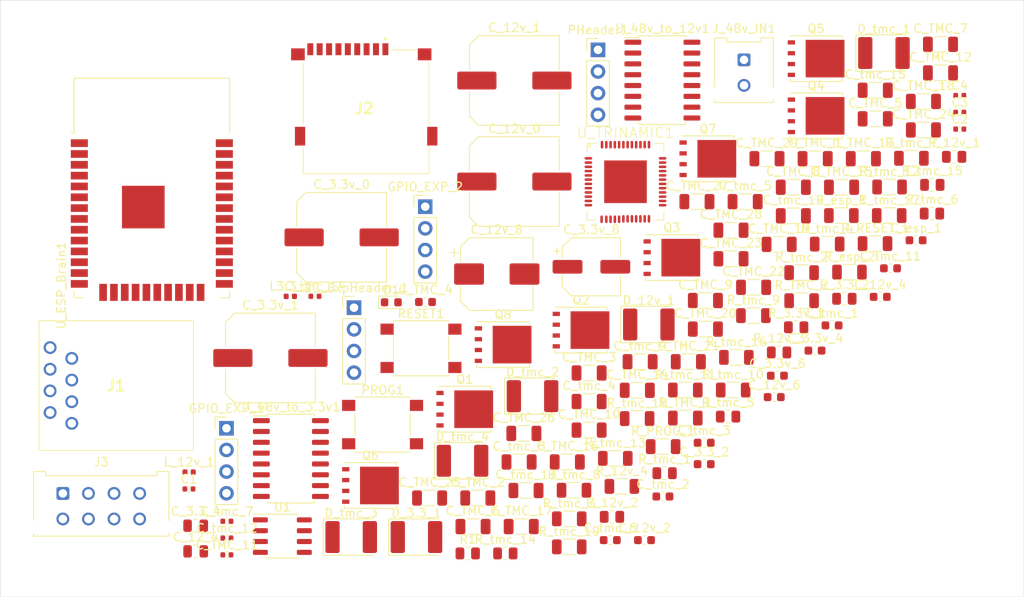
<source format=kicad_pcb>
(kicad_pcb (version 20171130) (host pcbnew 5.1.9)
  (layers (0 F.Cu signal) (31 B.Cu signal) (34 B.Paste user) (35 F.Paste user) (36 B.SilkS user) (37 F.SilkS user) (38 B.Mask user) (39 F.Mask user) (44 Edge.Cuts user))
  (net 0 "")
  (net 1 3.3v_Program)
  (net 2 TMC-CP-48v)
  (net 3 "Net-(C_12v_2-Pad1)")
  (net 4 "Net-(C_12v_4-Pad1)")
  (net 5 "Net-(C_12v_6-Pad1)")
  (net 6 "Net-(C_12v_6-Pad2)")
  (net 7 TMC_12VOUT)
  (net 8 "Net-(C_3.3_2-Pad1)")
  (net 9 "Net-(C_3.3v_4-Pad1)")
  (net 10 "Net-(C_3.3v_6-Pad2)")
  (net 11 "Net-(C_3.3v_6-Pad1)")
  (net 12 TMC_CPO)
  (net 13 TMC_CPI)
  (net 14 TMC_5VOUT)
  (net 15 TMC_VCC)
  (net 16 TMC_CA2)
  (net 17 TMC_BMA2)
  (net 18 TMC_BMA1)
  (net 19 TMC_CA1)
  (net 20 TMC_SRAH)
  (net 21 TMC_SRAL)
  (net 22 TMC_BMB2)
  (net 23 TMC_CB2)
  (net 24 TMC_BMB1)
  (net 25 TMC_CB1)
  (net 26 TMC_SRBH)
  (net 27 TMC_SRBL)
  (net 28 TNC_VCP)
  (net 29 Stepper_Loop_A_1)
  (net 30 Stepper_Loop_A_2)
  (net 31 Stepper_Loop_B_1)
  (net 32 Stepper_Loop_B_2)
  (net 33 "Net-(D1-Pad1)")
  (net 34 ESP_LED)
  (net 35 ESP_GPIO_25)
  (net 36 ESP_GPIO_17)
  (net 37 ESP_GPIO_16)
  (net 38 ESP_GPIO_4)
  (net 39 ESP_GPIO_26)
  (net 40 ESP_GPIO_27)
  (net 41 ESP_GPIO_32)
  (net 42 ESP_GPIO_33)
  (net 43 ESP_I2C_SDA)
  (net 44 ESP_I2C_SCL)
  (net 45 "Net-(J1-Pad7)")
  (net 46 "Net-(J1-Pad5)")
  (net 47 ESP_Emergency)
  (net 48 "Net-(J1-Pad3)")
  (net 49 "Net-(J1-Pad1)")
  (net 50 "Net-(J2-PadMP4)")
  (net 51 "Net-(J2-PadMP3)")
  (net 52 "Net-(J2-PadMP2)")
  (net 53 "Net-(J2-Pad9)")
  (net 54 "Net-(J2-Pad8)")
  (net 55 HSPI_MISO)
  (net 56 HSPI_CLK)
  (net 57 HSPI_MOSI)
  (net 58 HSPI_CS)
  (net 59 "Net-(J2-Pad1)")
  (net 60 Encoder_A)
  (net 61 Encoder_B)
  (net 62 Encoder_N)
  (net 63 RX_Program)
  (net 64 TX_Program)
  (net 65 Program)
  (net 66 "Net-(Q1-Pad4)")
  (net 67 "Net-(Q2-Pad4)")
  (net 68 "Net-(C_tmc_7-Pad1)")
  (net 69 "Net-(Q3-Pad4)")
  (net 70 "Net-(Q4-Pad4)")
  (net 71 "Net-(Q5-Pad4)")
  (net 72 "Net-(C_tmc_12-Pad1)")
  (net 73 "Net-(Q6-Pad4)")
  (net 74 "Net-(Q7-Pad4)")
  (net 75 "Net-(Q8-Pad4)")
  (net 76 "Net-(R_12v_3-Pad2)")
  (net 77 Reset)
  (net 78 TMC_Ramp)
  (net 79 TMC_HA1)
  (net 80 TMC_LA1)
  (net 81 TMC_LA2)
  (net 82 TMC_HA2)
  (net 83 TMC_HB1)
  (net 84 TMC_LB1)
  (net 85 TMC_LB2)
  (net 86 TMC_HB2)
  (net 87 "Net-(U_48v_to_12v1-Pad6)")
  (net 88 "Net-(R_12v_2-Pad1)")
  (net 89 "Net-(R_3.3_2-Pad1)")
  (net 90 "Net-(U_48v_to_3.3v1-Pad6)")
  (net 91 "Net-(U_ESP_Brain1-Pad4)")
  (net 92 "Net-(U_ESP_Brain1-Pad6)")
  (net 93 "Net-(U_ESP_Brain1-Pad7)")
  (net 94 "Net-(U_ESP_Brain1-Pad17)")
  (net 95 "Net-(U_ESP_Brain1-Pad18)")
  (net 96 "Net-(U_ESP_Brain1-Pad19)")
  (net 97 "Net-(U_ESP_Brain1-Pad20)")
  (net 98 "Net-(U_ESP_Brain1-Pad21)")
  (net 99 "Net-(U_ESP_Brain1-Pad22)")
  (net 100 VSPI_CS)
  (net 101 VSPI_CLK)
  (net 102 VSPI_MISO)
  (net 103 "Net-(U_ESP_Brain1-Pad32)")
  (net 104 VSPI_MOSI)
  (net 105 "Net-(U_TRINAMIC1-Pad27)")
  (net 106 "Net-(U_TRINAMIC1-Pad26)")
  (net 107 "Net-(U_TRINAMIC1-Pad18)")
  (net 108 "Net-(U_TRINAMIC1-Pad17)")
  (net 109 "Net-(C_12_4-Pad1)")
  (net 110 "Net-(C_3.3_4-Pad1)")
  (module RF_Module:ESP32-WROOM-32 (layer F.Cu) (at 77.775001 65.025001)
    (fp_text reference U_ESP_Brain1 (at -10.61 8.43 90) (layer F.SilkS))
    (fp_text value ESP32-WROOM-32)
    (pad 39 smd rect (at -1 -0.755) (size 5 5) (layers F.Cu F.Paste F.Mask) (net 1 3.3v_Program))
    (pad 1 smd rect (at -8.5 -8.255) (size 2 0.9) (layers F.Cu F.Paste F.Mask) (net 1 3.3v_Program))
    (pad 2 smd rect (at -8.5 -6.985) (size 2 0.9) (layers F.Cu F.Paste F.Mask) (net 1 3.3v_Program))
    (pad 3 smd rect (at -8.5 -5.715) (size 2 0.9) (layers F.Cu F.Paste F.Mask) (net 77 Reset))
    (pad 4 smd rect (at -8.5 -4.445) (size 2 0.9) (layers F.Cu F.Paste F.Mask) (net 91 "Net-(U_ESP_Brain1-Pad4)"))
    (pad 5 smd rect (at -8.5 -3.175) (size 2 0.9) (layers F.Cu F.Paste F.Mask) (net 47 ESP_Emergency))
    (pad 6 smd rect (at -8.5 -1.905) (size 2 0.9) (layers F.Cu F.Paste F.Mask) (net 92 "Net-(U_ESP_Brain1-Pad6)"))
    (pad 7 smd rect (at -8.5 -0.635) (size 2 0.9) (layers F.Cu F.Paste F.Mask) (net 93 "Net-(U_ESP_Brain1-Pad7)"))
    (pad 8 smd rect (at -8.5 0.635) (size 2 0.9) (layers F.Cu F.Paste F.Mask) (net 41 ESP_GPIO_32))
    (pad 9 smd rect (at -8.5 1.905) (size 2 0.9) (layers F.Cu F.Paste F.Mask) (net 42 ESP_GPIO_33))
    (pad 10 smd rect (at -8.5 3.175) (size 2 0.9) (layers F.Cu F.Paste F.Mask) (net 35 ESP_GPIO_25))
    (pad 11 smd rect (at -8.5 4.445) (size 2 0.9) (layers F.Cu F.Paste F.Mask) (net 39 ESP_GPIO_26))
    (pad 12 smd rect (at -8.5 5.715) (size 2 0.9) (layers F.Cu F.Paste F.Mask) (net 40 ESP_GPIO_27))
    (pad 13 smd rect (at -8.5 6.985) (size 2 0.9) (layers F.Cu F.Paste F.Mask) (net 56 HSPI_CLK))
    (pad 14 smd rect (at -8.5 8.255) (size 2 0.9) (layers F.Cu F.Paste F.Mask) (net 55 HSPI_MISO))
    (pad 15 smd rect (at -5.715 9.255 90) (size 2 0.9) (layers F.Cu F.Paste F.Mask) (net 1 3.3v_Program))
    (pad 16 smd rect (at -4.445 9.255 90) (size 2 0.9) (layers F.Cu F.Paste F.Mask) (net 57 HSPI_MOSI))
    (pad 17 smd rect (at -3.175 9.255 90) (size 2 0.9) (layers F.Cu F.Paste F.Mask) (net 94 "Net-(U_ESP_Brain1-Pad17)"))
    (pad 18 smd rect (at -1.905 9.255 90) (size 2 0.9) (layers F.Cu F.Paste F.Mask) (net 95 "Net-(U_ESP_Brain1-Pad18)"))
    (pad 19 smd rect (at -0.635 9.255 90) (size 2 0.9) (layers F.Cu F.Paste F.Mask) (net 96 "Net-(U_ESP_Brain1-Pad19)"))
    (pad 20 smd rect (at 0.635 9.255 90) (size 2 0.9) (layers F.Cu F.Paste F.Mask) (net 97 "Net-(U_ESP_Brain1-Pad20)"))
    (pad 21 smd rect (at 1.905 9.255 90) (size 2 0.9) (layers F.Cu F.Paste F.Mask) (net 98 "Net-(U_ESP_Brain1-Pad21)"))
    (pad 22 smd rect (at 3.175 9.255 90) (size 2 0.9) (layers F.Cu F.Paste F.Mask) (net 99 "Net-(U_ESP_Brain1-Pad22)"))
    (pad 23 smd rect (at 4.445 9.255 90) (size 2 0.9) (layers F.Cu F.Paste F.Mask) (net 58 HSPI_CS))
    (pad 24 smd rect (at 5.715 9.255 90) (size 2 0.9) (layers F.Cu F.Paste F.Mask) (net 34 ESP_LED))
    (pad 25 smd rect (at 8.5 8.255) (size 2 0.9) (layers F.Cu F.Paste F.Mask) (net 65 Program))
    (pad 26 smd rect (at 8.5 6.985) (size 2 0.9) (layers F.Cu F.Paste F.Mask) (net 38 ESP_GPIO_4))
    (pad 27 smd rect (at 8.5 5.715) (size 2 0.9) (layers F.Cu F.Paste F.Mask) (net 37 ESP_GPIO_16))
    (pad 28 smd rect (at 8.5 4.445) (size 2 0.9) (layers F.Cu F.Paste F.Mask) (net 36 ESP_GPIO_17))
    (pad 29 smd rect (at 8.5 3.175) (size 2 0.9) (layers F.Cu F.Paste F.Mask) (net 100 VSPI_CS))
    (pad 30 smd rect (at 8.5 1.905) (size 2 0.9) (layers F.Cu F.Paste F.Mask) (net 101 VSPI_CLK))
    (pad 31 smd rect (at 8.5 0.635) (size 2 0.9) (layers F.Cu F.Paste F.Mask) (net 102 VSPI_MISO))
    (pad 32 smd rect (at 8.5 -0.635) (size 2 0.9) (layers F.Cu F.Paste F.Mask) (net 103 "Net-(U_ESP_Brain1-Pad32)"))
    (pad 33 smd rect (at 8.5 -1.905) (size 2 0.9) (layers F.Cu F.Paste F.Mask) (net 43 ESP_I2C_SDA))
    (pad 34 smd rect (at 8.5 -3.175) (size 2 0.9) (layers F.Cu F.Paste F.Mask) (net 63 RX_Program))
    (pad 35 smd rect (at 8.5 -4.445) (size 2 0.9) (layers F.Cu F.Paste F.Mask) (net 64 TX_Program))
    (pad 36 smd rect (at 8.5 -5.715) (size 2 0.9) (layers F.Cu F.Paste F.Mask) (net 44 ESP_I2C_SCL))
    (pad 37 smd rect (at 8.5 -6.985) (size 2 0.9) (layers F.Cu F.Paste F.Mask) (net 104 VSPI_MOSI))
    (pad 38 smd rect (at 8.5 -8.255) (size 2 0.9) (layers F.Cu F.Paste F.Mask) (net 1 3.3v_Program))
  )
  (module Capacitor_SMD:C_0402_1005Metric (layer F.Cu) (at 82.125001 97.345001)
    (fp_text reference C1 (at 0 -1.16) (layer F.SilkS))
    (fp_text value 10uF)
    (pad 2 smd roundrect (at 0.48 0) (size 0.56 0.62) (layers F.Cu F.Paste F.Mask) (net 1 3.3v_Program))
    (pad 1 smd roundrect (at -0.48 0) (size 0.56 0.62) (layers F.Cu F.Paste F.Mask) (net 1 3.3v_Program))
  )
  (module Capacitor_SMD:C_0402_1005Metric (layer F.Cu) (at 172.485001 55.125001)
    (fp_text reference C2 (at 0 -1.16) (layer F.SilkS))
    (fp_text value 100nF)
    (pad 1 smd roundrect (at -0.48 0) (size 0.56 0.62) (layers F.Cu F.Paste F.Mask) (net 1 3.3v_Program))
    (pad 2 smd roundrect (at 0.48 0) (size 0.56 0.62) (layers F.Cu F.Paste F.Mask) (net 1 3.3v_Program))
  )
  (module Capacitor_SMD:C_0402_1005Metric (layer F.Cu) (at 172.485001 53.155001)
    (fp_text reference C3 (at 0 -1.16) (layer F.SilkS))
    (fp_text value 10uF)
    (pad 2 smd roundrect (at 0.48 0) (size 0.56 0.62) (layers F.Cu F.Paste F.Mask) (net 1 3.3v_Program))
    (pad 1 smd roundrect (at -0.48 0) (size 0.56 0.62) (layers F.Cu F.Paste F.Mask) (net 1 3.3v_Program))
  )
  (module Capacitor_SMD:C_0402_1005Metric (layer F.Cu) (at 172.485001 51.185001)
    (fp_text reference C4 (at 0 -1.16) (layer F.SilkS))
    (fp_text value 100nF)
    (pad 1 smd roundrect (at -0.48 0) (size 0.56 0.62) (layers F.Cu F.Paste F.Mask) (net 1 3.3v_Program))
    (pad 2 smd roundrect (at 0.48 0) (size 0.56 0.62) (layers F.Cu F.Paste F.Mask) (net 1 3.3v_Program))
  )
  (module Capacitor_SMD:C_0805_2012Metric (layer F.Cu) (at 82.915001 104.665001)
    (fp_text reference C_12_4 (at 0 -1.68) (layer F.SilkS))
    (fp_text value 22nF)
    (pad 2 smd roundrect (at 0.95 0) (size 1 1.45) (layers F.Cu F.Paste F.Mask) (net 1 3.3v_Program))
    (pad 1 smd roundrect (at -0.95 0) (size 1 1.45) (layers F.Cu F.Paste F.Mask) (net 109 "Net-(C_12_4-Pad1)"))
  )
  (module Capacitor_SMD:C_Elec_10x10.2 (layer F.Cu) (at 120.275001 61.275001)
    (fp_text reference C_12v_0 (at 0 -6.2) (layer F.SilkS))
    (fp_text value 220uF)
    (pad 2 smd roundrect (at 4.4 0) (size 4.6 2.1) (layers F.Cu F.Paste F.Mask) (roundrect_rratio 0.119048) (net 1 3.3v_Program))
    (pad 1 smd roundrect (at -4.4 0) (size 4.6 2.1) (layers F.Cu F.Paste F.Mask) (roundrect_rratio 0.119048) (net 2 TMC-CP-48v))
  )
  (module Capacitor_SMD:C_Elec_10x10.2 (layer F.Cu) (at 120.275001 49.425001)
    (fp_text reference C_12v_1 (at 0 -6.2) (layer F.SilkS))
    (fp_text value 220uF)
    (pad 1 smd roundrect (at -4.4 0) (size 4.6 2.1) (layers F.Cu F.Paste F.Mask) (roundrect_rratio 0.119048) (net 2 TMC-CP-48v))
    (pad 2 smd roundrect (at 4.4 0) (size 4.6 2.1) (layers F.Cu F.Paste F.Mask) (roundrect_rratio 0.119048) (net 1 3.3v_Program))
  )
  (module Capacitor_SMD:C_0603_1608Metric (layer F.Cu) (at 135.525001 103.345001)
    (fp_text reference C_12v_2 (at 0 -1.43) (layer F.SilkS))
    (fp_text value 2.7nF)
    (pad 1 smd roundrect (at -0.775 0) (size 0.9 0.95) (layers F.Cu F.Paste F.Mask) (net 3 "Net-(C_12v_2-Pad1)"))
    (pad 2 smd roundrect (at 0.775 0) (size 0.9 0.95) (layers F.Cu F.Paste F.Mask) (net 1 3.3v_Program))
  )
  (module Capacitor_SMD:C_0603_1608Metric (layer F.Cu) (at 163.165001 74.805001)
    (fp_text reference C_12v_4 (at 0 -1.43) (layer F.SilkS))
    (fp_text value 100nF)
    (pad 1 smd roundrect (at -0.775 0) (size 0.9 0.95) (layers F.Cu F.Paste F.Mask) (net 4 "Net-(C_12v_4-Pad1)"))
    (pad 2 smd roundrect (at 0.775 0) (size 0.9 0.95) (layers F.Cu F.Paste F.Mask) (net 1 3.3v_Program))
  )
  (module Capacitor_SMD:C_0603_1608Metric (layer F.Cu) (at 150.735001 86.565001)
    (fp_text reference C_12v_6 (at 0 -1.43) (layer F.SilkS))
    (fp_text value 100nF)
    (pad 2 smd roundrect (at 0.775 0) (size 0.9 0.95) (layers F.Cu F.Paste F.Mask) (net 6 "Net-(C_12v_6-Pad2)"))
    (pad 1 smd roundrect (at -0.775 0) (size 0.9 0.95) (layers F.Cu F.Paste F.Mask) (net 5 "Net-(C_12v_6-Pad1)"))
  )
  (module Capacitor_SMD:CP_Elec_8x10 (layer F.Cu) (at 118.210001 72.125001)
    (fp_text reference C_12v_8 (at 0 -5.2) (layer F.SilkS))
    (fp_text value 330uF)
    (pad 1 smd roundrect (at -3.25 0) (size 3.5 2.5) (layers F.Cu F.Paste F.Mask) (roundrect_rratio 0.1) (net 7 TMC_12VOUT))
    (pad 2 smd roundrect (at 3.25 0) (size 3.5 2.5) (layers F.Cu F.Paste F.Mask) (roundrect_rratio 0.1) (net 1 3.3v_Program))
  )
  (module Capacitor_SMD:C_0603_1608Metric (layer F.Cu) (at 142.525001 94.435001)
    (fp_text reference C_3.3_2 (at 0 -1.43) (layer F.SilkS))
    (fp_text value 2.7nF)
    (pad 2 smd roundrect (at 0.775 0) (size 0.9 0.95) (layers F.Cu F.Paste F.Mask) (net 1 3.3v_Program))
    (pad 1 smd roundrect (at -0.775 0) (size 0.9 0.95) (layers F.Cu F.Paste F.Mask) (net 8 "Net-(C_3.3_2-Pad1)"))
  )
  (module Capacitor_SMD:C_0805_2012Metric (layer F.Cu) (at 82.915001 101.655001)
    (fp_text reference C_3.3_4 (at 0 -1.68) (layer F.SilkS))
    (fp_text value 22nF)
    (pad 1 smd roundrect (at -0.95 0) (size 1 1.45) (layers F.Cu F.Paste F.Mask) (net 110 "Net-(C_3.3_4-Pad1)"))
    (pad 2 smd roundrect (at 0.95 0) (size 1 1.45) (layers F.Cu F.Paste F.Mask) (net 1 3.3v_Program))
  )
  (module Capacitor_SMD:C_Elec_10x10.2 (layer F.Cu) (at 100.025001 67.825001)
    (fp_text reference C_3.3v_0 (at 0 -6.2) (layer F.SilkS))
    (fp_text value 220uF)
    (pad 2 smd roundrect (at 4.4 0) (size 4.6 2.1) (layers F.Cu F.Paste F.Mask) (roundrect_rratio 0.119048) (net 1 3.3v_Program))
    (pad 1 smd roundrect (at -4.4 0) (size 4.6 2.1) (layers F.Cu F.Paste F.Mask) (roundrect_rratio 0.119048) (net 2 TMC-CP-48v))
  )
  (module Capacitor_SMD:C_Elec_10x10.2 (layer F.Cu) (at 91.675001 81.975001)
    (fp_text reference C_3.3v_1 (at 0 -6.2) (layer F.SilkS))
    (fp_text value 220uF)
    (pad 1 smd roundrect (at -4.4 0) (size 4.6 2.1) (layers F.Cu F.Paste F.Mask) (roundrect_rratio 0.119048) (net 2 TMC-CP-48v))
    (pad 2 smd roundrect (at 4.4 0) (size 4.6 2.1) (layers F.Cu F.Paste F.Mask) (roundrect_rratio 0.119048) (net 1 3.3v_Program))
  )
  (module Capacitor_SMD:C_0603_1608Metric (layer F.Cu) (at 155.515001 81.105001)
    (fp_text reference C_3.3v_4 (at 0 -1.43) (layer F.SilkS))
    (fp_text value 100nF)
    (pad 2 smd roundrect (at 0.775 0) (size 0.9 0.95) (layers F.Cu F.Paste F.Mask) (net 1 3.3v_Program))
    (pad 1 smd roundrect (at -0.775 0) (size 0.9 0.95) (layers F.Cu F.Paste F.Mask) (net 9 "Net-(C_3.3v_4-Pad1)"))
  )
  (module Capacitor_SMD:C_0603_1608Metric (layer F.Cu) (at 151.105001 84.055001)
    (fp_text reference C_3.3v_6 (at 0 -1.43) (layer F.SilkS))
    (fp_text value 100nF)
    (pad 1 smd roundrect (at -0.775 0) (size 0.9 0.95) (layers F.Cu F.Paste F.Mask) (net 11 "Net-(C_3.3v_6-Pad1)"))
    (pad 2 smd roundrect (at 0.775 0) (size 0.9 0.95) (layers F.Cu F.Paste F.Mask) (net 10 "Net-(C_3.3v_6-Pad2)"))
  )
  (module Capacitor_SMD:CP_Elec_6.3x5.9 (layer F.Cu) (at 129.305001 71.275001)
    (fp_text reference C_3.3v_8 (at 0 -4.35) (layer F.SilkS))
    (fp_text value 330uF)
    (pad 1 smd roundrect (at -2.8 0) (size 3.5 1.6) (layers F.Cu F.Paste F.Mask) (roundrect_rratio 0.15625) (net 1 3.3v_Program))
    (pad 2 smd roundrect (at 2.8 0) (size 3.5 1.6) (layers F.Cu F.Paste F.Mask) (roundrect_rratio 0.15625) (net 1 3.3v_Program))
  )
  (module Capacitor_SMD:C_0603_1608Metric (layer F.Cu) (at 167.365001 68.165001)
    (fp_text reference C_esp_1 (at 0 -1.43) (layer F.SilkS))
    (fp_text value 470n)
    (pad 2 smd roundrect (at 0.775 0) (size 0.9 0.95) (layers F.Cu F.Paste F.Mask) (net 1 3.3v_Program))
    (pad 1 smd roundrect (at -0.775 0) (size 0.9 0.95) (layers F.Cu F.Paste F.Mask) (net 7 TMC_12VOUT))
  )
  (module Capacitor_SMD:C_0603_1608Metric (layer F.Cu) (at 157.515001 78.155001)
    (fp_text reference C_tmc_1 (at 0 -1.43) (layer F.SilkS))
    (fp_text value 2.2u)
    (pad 1 smd roundrect (at -0.775 0) (size 0.9 0.95) (layers F.Cu F.Paste F.Mask) (net 7 TMC_12VOUT))
    (pad 2 smd roundrect (at 0.775 0) (size 0.9 0.95) (layers F.Cu F.Paste F.Mask) (net 1 3.3v_Program))
  )
  (module Capacitor_SMD:C_1206_3216Metric (layer F.Cu) (at 155.535001 58.595001)
    (fp_text reference C_TMC_1 (at 0 -1.85) (layer F.SilkS))
    (fp_text value 1n)
    (pad 1 smd roundrect (at -1.475 0) (size 1.15 1.8) (layers F.Cu F.Paste F.Mask) (roundrect_rratio 0.217391) (net 13 TMC_CPI))
    (pad 2 smd roundrect (at 1.475 0) (size 1.15 1.8) (layers F.Cu F.Paste F.Mask) (roundrect_rratio 0.217391) (net 12 TMC_CPO))
  )
  (module Capacitor_SMD:C_0603_1608Metric (layer F.Cu) (at 137.685001 98.225001)
    (fp_text reference C_tmc_2 (at 0 -1.43) (layer F.SilkS))
    (fp_text value 2.2u)
    (pad 2 smd roundrect (at 0.775 0) (size 0.9 0.95) (layers F.Cu F.Paste F.Mask) (net 14 TMC_5VOUT))
    (pad 1 smd roundrect (at -0.775 0) (size 0.9 0.95) (layers F.Cu F.Paste F.Mask) (net 1 3.3v_Program))
  )
  (module Capacitor_SMD:C_1206_3216Metric (layer F.Cu) (at 115.985001 98.405001)
    (fp_text reference C_TMC_2 (at 0 -1.85) (layer F.SilkS))
    (fp_text value 1n)
    (pad 1 smd roundrect (at -1.475 0) (size 1.15 1.8) (layers F.Cu F.Paste F.Mask) (roundrect_rratio 0.217391) (net 13 TMC_CPI))
    (pad 2 smd roundrect (at 1.475 0) (size 1.15 1.8) (layers F.Cu F.Paste F.Mask) (roundrect_rratio 0.217391) (net 12 TMC_CPO))
  )
  (module Capacitor_SMD:C_0603_1608Metric (layer F.Cu) (at 142.525001 91.925001)
    (fp_text reference C_tmc_3 (at 0 -1.43) (layer F.SilkS))
    (fp_text value 470n)
    (pad 1 smd roundrect (at -0.775 0) (size 0.9 0.95) (layers F.Cu F.Paste F.Mask) (net 1 3.3v_Program))
    (pad 2 smd roundrect (at 0.775 0) (size 0.9 0.95) (layers F.Cu F.Paste F.Mask) (net 15 TMC_VCC))
  )
  (module Capacitor_SMD:C_1206_3216Metric (layer F.Cu) (at 129.035001 83.735001)
    (fp_text reference C_TMC_3 (at 0 -1.85) (layer F.SilkS))
    (fp_text value 1n)
    (pad 2 smd roundrect (at 1.475 0) (size 1.15 1.8) (layers F.Cu F.Paste F.Mask) (roundrect_rratio 0.217391) (net 12 TMC_CPO))
    (pad 1 smd roundrect (at -1.475 0) (size 1.15 1.8) (layers F.Cu F.Paste F.Mask) (roundrect_rratio 0.217391) (net 13 TMC_CPI))
  )
  (module Capacitor_SMD:C_0603_1608Metric (layer F.Cu) (at 109.855001 75.405001)
    (fp_text reference C_TMC_4 (at 0 -1.43) (layer F.SilkS))
    (fp_text value 100nF)
    (pad 2 smd roundrect (at 0.775 0) (size 0.9 0.95) (layers F.Cu F.Paste F.Mask) (net 1 3.3v_Program))
    (pad 1 smd roundrect (at -0.775 0) (size 0.9 0.95) (layers F.Cu F.Paste F.Mask) (net 1 3.3v_Program))
  )
  (module Capacitor_SMD:C_1206_3216Metric (layer F.Cu) (at 129.035001 87.085001)
    (fp_text reference C_tmc_4 (at 0 -1.85) (layer F.SilkS))
    (fp_text value 220nF)
    (pad 1 smd roundrect (at -1.475 0) (size 1.15 1.8) (layers F.Cu F.Paste F.Mask) (roundrect_rratio 0.217391) (net 17 TMC_BMA2))
    (pad 2 smd roundrect (at 1.475 0) (size 1.15 1.8) (layers F.Cu F.Paste F.Mask) (roundrect_rratio 0.217391) (net 16 TMC_CA2))
  )
  (module Capacitor_SMD:C_1206_3216Metric (layer F.Cu) (at 147.325001 63.635001)
    (fp_text reference C_tmc_5 (at 0 -1.85) (layer F.SilkS))
    (fp_text value 220nF)
    (pad 2 smd roundrect (at 1.475 0) (size 1.15 1.8) (layers F.Cu F.Paste F.Mask) (roundrect_rratio 0.217391) (net 19 TMC_CA1))
    (pad 1 smd roundrect (at -1.475 0) (size 1.15 1.8) (layers F.Cu F.Paste F.Mask) (roundrect_rratio 0.217391) (net 18 TMC_BMA1))
  )
  (module Capacitor_SMD:C_1206_3216Metric (layer F.Cu) (at 162.575001 53.915001)
    (fp_text reference C_TMC_5 (at 0 -1.85) (layer F.SilkS))
    (fp_text value 1n)
    (pad 1 smd roundrect (at -1.475 0) (size 1.15 1.8) (layers F.Cu F.Paste F.Mask) (roundrect_rratio 0.217391) (net 13 TMC_CPI))
    (pad 2 smd roundrect (at 1.475 0) (size 1.15 1.8) (layers F.Cu F.Paste F.Mask) (roundrect_rratio 0.217391) (net 12 TMC_CPO))
  )
  (module Capacitor_SMD:C_0603_1608Metric (layer F.Cu) (at 131.515001 103.345001)
    (fp_text reference C_tmc_6 (at 0 -1.43) (layer F.SilkS))
    (fp_text value 2.2u)
    (pad 1 smd roundrect (at -0.775 0) (size 0.9 0.95) (layers F.Cu F.Paste F.Mask) (net 20 TMC_SRAH))
    (pad 2 smd roundrect (at 0.775 0) (size 0.9 0.95) (layers F.Cu F.Paste F.Mask) (net 21 TMC_SRAL))
  )
  (module Capacitor_SMD:C_1206_3216Metric (layer F.Cu) (at 115.425001 101.755001)
    (fp_text reference C_TMC_6 (at 0 -1.85) (layer F.SilkS))
    (fp_text value 1n)
    (pad 2 smd roundrect (at 1.475 0) (size 1.15 1.8) (layers F.Cu F.Paste F.Mask) (roundrect_rratio 0.217391) (net 12 TMC_CPO))
    (pad 1 smd roundrect (at -1.475 0) (size 1.15 1.8) (layers F.Cu F.Paste F.Mask) (roundrect_rratio 0.217391) (net 13 TMC_CPI))
  )
  (module Capacitor_SMD:C_1206_3216Metric (layer F.Cu) (at 170.225001 45.175001)
    (fp_text reference C_TMC_7 (at 0 -1.85) (layer F.SilkS))
    (fp_text value 1n)
    (pad 2 smd roundrect (at 1.475 0) (size 1.15 1.8) (layers F.Cu F.Paste F.Mask) (roundrect_rratio 0.217391) (net 12 TMC_CPO))
    (pad 1 smd roundrect (at -1.475 0) (size 1.15 1.8) (layers F.Cu F.Paste F.Mask) (roundrect_rratio 0.217391) (net 13 TMC_CPI))
  )
  (module Capacitor_SMD:C_0402_1005Metric (layer F.Cu) (at 86.575001 101.135001)
    (fp_text reference C_tmc_7 (at 0 -1.16) (layer F.SilkS))
    (fp_text value 100nF)
    (pad 1 smd roundrect (at -0.48 0) (size 0.56 0.62) (layers F.Cu F.Paste F.Mask) (net 68 "Net-(C_tmc_7-Pad1)"))
    (pad 2 smd roundrect (at 0.48 0) (size 0.56 0.62) (layers F.Cu F.Paste F.Mask) (net 1 3.3v_Program))
  )
  (module Capacitor_SMD:C_1206_3216Metric (layer F.Cu) (at 120.825001 94.175001)
    (fp_text reference C_tmc_8 (at 0 -1.85) (layer F.SilkS))
    (fp_text value 470nF)
    (pad 1 smd roundrect (at -1.475 0) (size 1.15 1.8) (layers F.Cu F.Paste F.Mask) (roundrect_rratio 0.217391) (net 2 TMC-CP-48v))
    (pad 2 smd roundrect (at 1.475 0) (size 1.15 1.8) (layers F.Cu F.Paste F.Mask) (roundrect_rratio 0.217391) (net 1 3.3v_Program))
  )
  (module Capacitor_SMD:C_1206_3216Metric (layer F.Cu) (at 152.975001 61.945001)
    (fp_text reference C_TMC_8 (at 0 -1.85) (layer F.SilkS))
    (fp_text value 1n)
    (pad 1 smd roundrect (at -1.475 0) (size 1.15 1.8) (layers F.Cu F.Paste F.Mask) (roundrect_rratio 0.217391) (net 13 TMC_CPI))
    (pad 2 smd roundrect (at 1.475 0) (size 1.15 1.8) (layers F.Cu F.Paste F.Mask) (roundrect_rratio 0.217391) (net 12 TMC_CPO))
  )
  (module Capacitor_SMD:C_1206_3216Metric (layer F.Cu) (at 135.015001 82.415001)
    (fp_text reference C_tmc_9 (at 0 -1.85) (layer F.SilkS))
    (fp_text value 220nF)
    (pad 1 smd roundrect (at -1.475 0) (size 1.15 1.8) (layers F.Cu F.Paste F.Mask) (roundrect_rratio 0.217391) (net 22 TMC_BMB2))
    (pad 2 smd roundrect (at 1.475 0) (size 1.15 1.8) (layers F.Cu F.Paste F.Mask) (roundrect_rratio 0.217391) (net 23 TMC_CB2))
  )
  (module Capacitor_SMD:C_1206_3216Metric (layer F.Cu) (at 142.665001 75.235001)
    (fp_text reference C_TMC_9 (at 0 -1.85) (layer F.SilkS))
    (fp_text value 1n)
    (pad 1 smd roundrect (at -1.475 0) (size 1.15 1.8) (layers F.Cu F.Paste F.Mask) (roundrect_rratio 0.217391) (net 13 TMC_CPI))
    (pad 2 smd roundrect (at 1.475 0) (size 1.15 1.8) (layers F.Cu F.Paste F.Mask) (roundrect_rratio 0.217391) (net 12 TMC_CPO))
  )
  (module Capacitor_SMD:C_1206_3216Metric (layer F.Cu) (at 152.975001 65.295001)
    (fp_text reference C_tmc_10 (at 0 -1.85) (layer F.SilkS))
    (fp_text value 220nF)
    (pad 2 smd roundrect (at 1.475 0) (size 1.15 1.8) (layers F.Cu F.Paste F.Mask) (roundrect_rratio 0.217391) (net 25 TMC_CB1))
    (pad 1 smd roundrect (at -1.475 0) (size 1.15 1.8) (layers F.Cu F.Paste F.Mask) (roundrect_rratio 0.217391) (net 24 TMC_BMB1))
  )
  (module Capacitor_SMD:C_1206_3216Metric (layer F.Cu) (at 129.035001 90.435001)
    (fp_text reference C_TMC_10 (at 0 -1.85) (layer F.SilkS))
    (fp_text value 1n)
    (pad 1 smd roundrect (at -1.475 0) (size 1.15 1.8) (layers F.Cu F.Paste F.Mask) (roundrect_rratio 0.217391) (net 13 TMC_CPI))
    (pad 2 smd roundrect (at 1.475 0) (size 1.15 1.8) (layers F.Cu F.Paste F.Mask) (roundrect_rratio 0.217391) (net 12 TMC_CPO))
  )
  (module Capacitor_SMD:C_0402_1005Metric (layer F.Cu) (at 86.575001 105.075001)
    (fp_text reference C_TMC_11 (at 0 -1.16) (layer F.SilkS))
    (fp_text value 100n)
    (pad 2 smd roundrect (at 0.48 0) (size 0.56 0.62) (layers F.Cu F.Paste F.Mask) (net 2 TMC-CP-48v))
    (pad 1 smd roundrect (at -0.48 0) (size 0.56 0.62) (layers F.Cu F.Paste F.Mask) (net 28 TNC_VCP))
  )
  (module Capacitor_SMD:C_0603_1608Metric (layer F.Cu) (at 164.365001 71.455001)
    (fp_text reference C_tmc_11 (at 0 -1.43) (layer F.SilkS))
    (fp_text value 2.2u)
    (pad 1 smd roundrect (at -0.775 0) (size 0.9 0.95) (layers F.Cu F.Paste F.Mask) (net 26 TMC_SRBH))
    (pad 2 smd roundrect (at 0.775 0) (size 0.9 0.95) (layers F.Cu F.Paste F.Mask) (net 27 TMC_SRBL))
  )
  (module Capacitor_SMD:C_0402_1005Metric (layer F.Cu) (at 86.575001 103.105001)
    (fp_text reference C_tmc_12 (at 0 -1.16) (layer F.SilkS))
    (fp_text value 100nF)
    (pad 1 smd roundrect (at -0.48 0) (size 0.56 0.62) (layers F.Cu F.Paste F.Mask) (net 72 "Net-(C_tmc_12-Pad1)"))
    (pad 2 smd roundrect (at 0.48 0) (size 0.56 0.62) (layers F.Cu F.Paste F.Mask) (net 1 3.3v_Program))
  )
  (module Capacitor_SMD:C_1206_3216Metric (layer F.Cu) (at 170.225001 48.525001)
    (fp_text reference C_TMC_12 (at 0 -1.85) (layer F.SilkS))
    (fp_text value 1n)
    (pad 2 smd roundrect (at 1.475 0) (size 1.15 1.8) (layers F.Cu F.Paste F.Mask) (roundrect_rratio 0.217391) (net 12 TMC_CPO))
    (pad 1 smd roundrect (at -1.475 0) (size 1.15 1.8) (layers F.Cu F.Paste F.Mask) (roundrect_rratio 0.217391) (net 13 TMC_CPI))
  )
  (module Capacitor_SMD:C_1206_3216Metric (layer F.Cu) (at 161.185001 58.595001)
    (fp_text reference C_TMC_13 (at 0 -1.85) (layer F.SilkS))
    (fp_text value 1n)
    (pad 1 smd roundrect (at -1.475 0) (size 1.15 1.8) (layers F.Cu F.Paste F.Mask) (roundrect_rratio 0.217391) (net 13 TMC_CPI))
    (pad 2 smd roundrect (at 1.475 0) (size 1.15 1.8) (layers F.Cu F.Paste F.Mask) (roundrect_rratio 0.217391) (net 12 TMC_CPO))
  )
  (module Capacitor_SMD:C_1206_3216Metric (layer F.Cu) (at 121.635001 97.525001)
    (fp_text reference C_tmc_13 (at 0 -1.85) (layer F.SilkS))
    (fp_text value 4.7uF)
    (pad 1 smd roundrect (at -1.475 0) (size 1.15 1.8) (layers F.Cu F.Paste F.Mask) (roundrect_rratio 0.217391) (net 2 TMC-CP-48v))
    (pad 2 smd roundrect (at 1.475 0) (size 1.15 1.8) (layers F.Cu F.Paste F.Mask) (roundrect_rratio 0.217391) (net 1 3.3v_Program))
  )
  (module Capacitor_SMD:C_1206_3216Metric (layer F.Cu) (at 134.685001 85.765001)
    (fp_text reference C_TMC_14 (at 0 -1.85) (layer F.SilkS))
    (fp_text value 100nF)
    (pad 1 smd roundrect (at -1.475 0) (size 1.15 1.8) (layers F.Cu F.Paste F.Mask) (roundrect_rratio 0.217391) (net 2 TMC-CP-48v))
    (pad 2 smd roundrect (at 1.475 0) (size 1.15 1.8) (layers F.Cu F.Paste F.Mask) (roundrect_rratio 0.217391) (net 1 3.3v_Program))
  )
  (module Capacitor_SMD:C_0402_1005Metric (layer F.Cu) (at 96.895001 74.735001)
    (fp_text reference C_tmc_14 (at 0 -1.16) (layer F.SilkS))
    (fp_text value 100nF)
    (pad 2 smd roundrect (at 0.48 0) (size 0.56 0.62) (layers F.Cu F.Paste F.Mask) (net 1 3.3v_Program))
    (pad 1 smd roundrect (at -0.48 0) (size 0.56 0.62) (layers F.Cu F.Paste F.Mask) (net 2 TMC-CP-48v))
  )
  (module Capacitor_SMD:C_1206_3216Metric (layer F.Cu) (at 162.575001 50.565001)
    (fp_text reference C_tmc_15 (at 0 -1.85) (layer F.SilkS))
    (fp_text value 4.7uF)
    (pad 1 smd roundrect (at -1.475 0) (size 1.15 1.8) (layers F.Cu F.Paste F.Mask) (roundrect_rratio 0.217391) (net 2 TMC-CP-48v))
    (pad 2 smd roundrect (at 1.475 0) (size 1.15 1.8) (layers F.Cu F.Paste F.Mask) (roundrect_rratio 0.217391) (net 1 3.3v_Program))
  )
  (module Capacitor_SMD:C_1206_3216Metric (layer F.Cu) (at 158.625001 61.945001)
    (fp_text reference C_TMC_15 (at 0 -1.85) (layer F.SilkS))
    (fp_text value 1n)
    (pad 2 smd roundrect (at 1.475 0) (size 1.15 1.8) (layers F.Cu F.Paste F.Mask) (roundrect_rratio 0.217391) (net 12 TMC_CPO))
    (pad 1 smd roundrect (at -1.475 0) (size 1.15 1.8) (layers F.Cu F.Paste F.Mask) (roundrect_rratio 0.217391) (net 13 TMC_CPI))
  )
  (module Capacitor_SMD:C_1206_3216Metric (layer F.Cu) (at 126.475001 94.175001)
    (fp_text reference C_TMC_16 (at 0 -1.85) (layer F.SilkS))
    (fp_text value 1n)
    (pad 1 smd roundrect (at -1.475 0) (size 1.15 1.8) (layers F.Cu F.Paste F.Mask) (roundrect_rratio 0.217391) (net 13 TMC_CPI))
    (pad 2 smd roundrect (at 1.475 0) (size 1.15 1.8) (layers F.Cu F.Paste F.Mask) (roundrect_rratio 0.217391) (net 12 TMC_CPO))
  )
  (module Capacitor_SMD:C_1206_3216Metric (layer F.Cu) (at 121.075001 101.755001)
    (fp_text reference C_TMC_17 (at 0 -1.85) (layer F.SilkS))
    (fp_text value 1n)
    (pad 2 smd roundrect (at 1.475 0) (size 1.15 1.8) (layers F.Cu F.Paste F.Mask) (roundrect_rratio 0.217391) (net 12 TMC_CPO))
    (pad 1 smd roundrect (at -1.475 0) (size 1.15 1.8) (layers F.Cu F.Paste F.Mask) (roundrect_rratio 0.217391) (net 13 TMC_CPI))
  )
  (module Capacitor_SMD:C_1206_3216Metric (layer F.Cu) (at 168.225001 51.875001)
    (fp_text reference C_TMC_18 (at 0 -1.85) (layer F.SilkS))
    (fp_text value 1n)
    (pad 2 smd roundrect (at 1.475 0) (size 1.15 1.8) (layers F.Cu F.Paste F.Mask) (roundrect_rratio 0.217391) (net 12 TMC_CPO))
    (pad 1 smd roundrect (at -1.475 0) (size 1.15 1.8) (layers F.Cu F.Paste F.Mask) (roundrect_rratio 0.217391) (net 13 TMC_CPI))
  )
  (module Capacitor_SMD:C_1206_3216Metric (layer F.Cu) (at 151.315001 68.645001)
    (fp_text reference C_TMC_19 (at 0 -1.85) (layer F.SilkS))
    (fp_text value 1n)
    (pad 1 smd roundrect (at -1.475 0) (size 1.15 1.8) (layers F.Cu F.Paste F.Mask) (roundrect_rratio 0.217391) (net 13 TMC_CPI))
    (pad 2 smd roundrect (at 1.475 0) (size 1.15 1.8) (layers F.Cu F.Paste F.Mask) (roundrect_rratio 0.217391) (net 12 TMC_CPO))
  )
  (module Capacitor_SMD:C_1206_3216Metric (layer F.Cu) (at 142.665001 78.585001)
    (fp_text reference C_TMC_20 (at 0 -1.85) (layer F.SilkS))
    (fp_text value 1n)
    (pad 1 smd roundrect (at -1.475 0) (size 1.15 1.8) (layers F.Cu F.Paste F.Mask) (roundrect_rratio 0.217391) (net 13 TMC_CPI))
    (pad 2 smd roundrect (at 1.475 0) (size 1.15 1.8) (layers F.Cu F.Paste F.Mask) (roundrect_rratio 0.217391) (net 12 TMC_CPO))
  )
  (module Capacitor_SMD:C_1206_3216Metric (layer F.Cu) (at 140.665001 82.415001)
    (fp_text reference C_TMC_21 (at 0 -1.85) (layer F.SilkS))
    (fp_text value 1n)
    (pad 2 smd roundrect (at 1.475 0) (size 1.15 1.8) (layers F.Cu F.Paste F.Mask) (roundrect_rratio 0.217391) (net 12 TMC_CPO))
    (pad 1 smd roundrect (at -1.475 0) (size 1.15 1.8) (layers F.Cu F.Paste F.Mask) (roundrect_rratio 0.217391) (net 13 TMC_CPI))
  )
  (module Capacitor_SMD:C_1206_3216Metric (layer F.Cu) (at 148.315001 73.685001)
    (fp_text reference C_TMC_22 (at 0 -1.85) (layer F.SilkS))
    (fp_text value 1n)
    (pad 2 smd roundrect (at 1.475 0) (size 1.15 1.8) (layers F.Cu F.Paste F.Mask) (roundrect_rratio 0.217391) (net 12 TMC_CPO))
    (pad 1 smd roundrect (at -1.475 0) (size 1.15 1.8) (layers F.Cu F.Paste F.Mask) (roundrect_rratio 0.217391) (net 13 TMC_CPI))
  )
  (module Capacitor_SMD:C_1206_3216Metric (layer F.Cu) (at 145.665001 70.335001)
    (fp_text reference C_TMC_23 (at 0 -1.85) (layer F.SilkS))
    (fp_text value 1n)
    (pad 2 smd roundrect (at 1.475 0) (size 1.15 1.8) (layers F.Cu F.Paste F.Mask) (roundrect_rratio 0.217391) (net 12 TMC_CPO))
    (pad 1 smd roundrect (at -1.475 0) (size 1.15 1.8) (layers F.Cu F.Paste F.Mask) (roundrect_rratio 0.217391) (net 13 TMC_CPI))
  )
  (module Capacitor_SMD:C_1206_3216Metric (layer F.Cu) (at 168.225001 55.225001)
    (fp_text reference C_TMC_24 (at 0 -1.85) (layer F.SilkS))
    (fp_text value 1n)
    (pad 1 smd roundrect (at -1.475 0) (size 1.15 1.8) (layers F.Cu F.Paste F.Mask) (roundrect_rratio 0.217391) (net 13 TMC_CPI))
    (pad 2 smd roundrect (at 1.475 0) (size 1.15 1.8) (layers F.Cu F.Paste F.Mask) (roundrect_rratio 0.217391) (net 12 TMC_CPO))
  )
  (module Capacitor_SMD:C_1206_3216Metric (layer F.Cu) (at 110.335001 98.405001)
    (fp_text reference C_TMC_25 (at 0 -1.85) (layer F.SilkS))
    (fp_text value 1n)
    (pad 2 smd roundrect (at 1.475 0) (size 1.15 1.8) (layers F.Cu F.Paste F.Mask) (roundrect_rratio 0.217391) (net 12 TMC_CPO))
    (pad 1 smd roundrect (at -1.475 0) (size 1.15 1.8) (layers F.Cu F.Paste F.Mask) (roundrect_rratio 0.217391) (net 13 TMC_CPI))
  )
  (module Capacitor_SMD:C_1206_3216Metric (layer F.Cu) (at 121.385001 90.825001)
    (fp_text reference C_TMC_26 (at 0 -1.85) (layer F.SilkS))
    (fp_text value 1n)
    (pad 2 smd roundrect (at 1.475 0) (size 1.15 1.8) (layers F.Cu F.Paste F.Mask) (roundrect_rratio 0.217391) (net 29 Stepper_Loop_A_1))
    (pad 1 smd roundrect (at -1.475 0) (size 1.15 1.8) (layers F.Cu F.Paste F.Mask) (roundrect_rratio 0.217391) (net 1 3.3v_Program))
  )
  (module Capacitor_SMD:C_1206_3216Metric (layer F.Cu) (at 141.675001 63.635001)
    (fp_text reference C_TMC_27 (at 0 -1.85) (layer F.SilkS))
    (fp_text value 1n)
    (pad 2 smd roundrect (at 1.475 0) (size 1.15 1.8) (layers F.Cu F.Paste F.Mask) (roundrect_rratio 0.217391) (net 30 Stepper_Loop_A_2))
    (pad 1 smd roundrect (at -1.475 0) (size 1.15 1.8) (layers F.Cu F.Paste F.Mask) (roundrect_rratio 0.217391) (net 1 3.3v_Program))
  )
  (module Capacitor_SMD:C_1206_3216Metric (layer F.Cu) (at 145.665001 66.985001)
    (fp_text reference C_TMC_28 (at 0 -1.85) (layer F.SilkS))
    (fp_text value 1n)
    (pad 2 smd roundrect (at 1.475 0) (size 1.15 1.8) (layers F.Cu F.Paste F.Mask) (roundrect_rratio 0.217391) (net 31 Stepper_Loop_B_1))
    (pad 1 smd roundrect (at -1.475 0) (size 1.15 1.8) (layers F.Cu F.Paste F.Mask) (roundrect_rratio 0.217391) (net 1 3.3v_Program))
  )
  (module Capacitor_SMD:C_1206_3216Metric (layer F.Cu) (at 149.885001 58.595001)
    (fp_text reference C_TMC_29 (at 0 -1.85) (layer F.SilkS))
    (fp_text value 1n)
    (pad 2 smd roundrect (at 1.475 0) (size 1.15 1.8) (layers F.Cu F.Paste F.Mask) (roundrect_rratio 0.217391) (net 32 Stepper_Loop_B_2))
    (pad 1 smd roundrect (at -1.475 0) (size 1.15 1.8) (layers F.Cu F.Paste F.Mask) (roundrect_rratio 0.217391) (net 1 3.3v_Program))
  )
  (module LED_SMD:LED_0603_1608Metric (layer F.Cu) (at 105.845001 75.445001)
    (fp_text reference D1 (at 0 -1.43) (layer F.SilkS))
    (fp_text value LED)
    (pad 1 smd roundrect (at -0.7875 0) (size 0.875 0.95) (layers F.Cu F.Paste F.Mask) (net 33 "Net-(D1-Pad1)"))
    (pad 2 smd roundrect (at 0.7875 0) (size 0.875 0.95) (layers F.Cu F.Paste F.Mask) (net 34 ESP_LED))
  )
  (module Diode_SMD:D_2114_3652Metric (layer F.Cu) (at 136.035001 78.045001)
    (fp_text reference D_12v_1 (at 0 -2.82) (layer F.SilkS))
    (fp_text value STPS3L60U)
    (pad 1 smd roundrect (at -2.1875 0) (size 1.675 3.75) (layers F.Cu F.Paste F.Mask) (roundrect_rratio 0.149254) (net 5 "Net-(C_12v_6-Pad1)"))
    (pad 2 smd roundrect (at 2.1875 0) (size 1.675 3.75) (layers F.Cu F.Paste F.Mask) (roundrect_rratio 0.149254) (net 1 3.3v_Program))
  )
  (module Diode_SMD:D_2114_3652Metric (layer F.Cu) (at 108.795001 102.985001)
    (fp_text reference D_3.3_1 (at 0 -2.82) (layer F.SilkS))
    (fp_text value STPS3L60U)
    (pad 1 smd roundrect (at -2.1875 0) (size 1.675 3.75) (layers F.Cu F.Paste F.Mask) (roundrect_rratio 0.149254) (net 11 "Net-(C_3.3v_6-Pad1)"))
    (pad 2 smd roundrect (at 2.1875 0) (size 1.675 3.75) (layers F.Cu F.Paste F.Mask) (roundrect_rratio 0.149254) (net 1 3.3v_Program))
  )
  (module Diode_SMD:D_2114_3652Metric (layer F.Cu) (at 163.595001 46.195001)
    (fp_text reference D_tmc_1 (at 0 -2.82) (layer F.SilkS))
    (fp_text value STPS3L60U)
    (pad 1 smd roundrect (at -2.1875 0) (size 1.675 3.75) (layers F.Cu F.Paste F.Mask) (roundrect_rratio 0.149254) (net 18 TMC_BMA1))
    (pad 2 smd roundrect (at 2.1875 0) (size 1.675 3.75) (layers F.Cu F.Paste F.Mask) (roundrect_rratio 0.149254) (net 1 3.3v_Program))
  )
  (module Diode_SMD:D_2114_3652Metric (layer F.Cu) (at 122.405001 86.455001)
    (fp_text reference D_tmc_2 (at 0 -2.82) (layer F.SilkS))
    (fp_text value STPS3L60U)
    (pad 2 smd roundrect (at 2.1875 0) (size 1.675 3.75) (layers F.Cu F.Paste F.Mask) (roundrect_rratio 0.149254) (net 1 3.3v_Program))
    (pad 1 smd roundrect (at -2.1875 0) (size 1.675 3.75) (layers F.Cu F.Paste F.Mask) (roundrect_rratio 0.149254) (net 24 TMC_BMB1))
  )
  (module Diode_SMD:D_2114_3652Metric (layer F.Cu) (at 101.145001 102.985001)
    (fp_text reference D_tmc_3 (at 0 -2.82) (layer F.SilkS))
    (fp_text value STPS3L60U)
    (pad 2 smd roundrect (at 2.1875 0) (size 1.675 3.75) (layers F.Cu F.Paste F.Mask) (roundrect_rratio 0.149254) (net 1 3.3v_Program))
    (pad 1 smd roundrect (at -2.1875 0) (size 1.675 3.75) (layers F.Cu F.Paste F.Mask) (roundrect_rratio 0.149254) (net 17 TMC_BMA2))
  )
  (module Diode_SMD:D_2114_3652Metric (layer F.Cu) (at 114.195001 94.035001)
    (fp_text reference D_tmc_4 (at 0 -2.82) (layer F.SilkS))
    (fp_text value STPS3L60U)
    (pad 2 smd roundrect (at 2.1875 0) (size 1.675 3.75) (layers F.Cu F.Paste F.Mask) (roundrect_rratio 0.149254) (net 1 3.3v_Program))
    (pad 1 smd roundrect (at -2.1875 0) (size 1.675 3.75) (layers F.Cu F.Paste F.Mask) (roundrect_rratio 0.149254) (net 22 TMC_BMB2))
  )
  (module Connector_PinHeader_2.54mm:PinHeader_1x04_P2.54mm_Vertical (layer F.Cu) (at 86.525001 90.225001)
    (fp_text reference GPIO_EXP_1 (at 0 -2.33) (layer F.SilkS))
    (fp_text value Conn_01x04_Male)
    (pad 4 thru_hole oval (at 0 7.62) (size 1.7 1.7) (drill 1) (layers *.Cu *.Mask) (net 35 ESP_GPIO_25))
    (pad 3 thru_hole oval (at 0 5.08) (size 1.7 1.7) (drill 1) (layers *.Cu *.Mask) (net 36 ESP_GPIO_17))
    (pad 2 thru_hole oval (at 0 2.54) (size 1.7 1.7) (drill 1) (layers *.Cu *.Mask) (net 37 ESP_GPIO_16))
    (pad 1 thru_hole rect (at 0 0) (size 1.7 1.7) (drill 1) (layers *.Cu *.Mask) (net 38 ESP_GPIO_4))
  )
  (module Connector_PinHeader_2.54mm:PinHeader_1x04_P2.54mm_Vertical (layer F.Cu) (at 109.825001 64.225001)
    (fp_text reference GPIO_EXP_2 (at 0 -2.33) (layer F.SilkS))
    (fp_text value Conn_01x04_Male)
    (pad 1 thru_hole rect (at 0 0) (size 1.7 1.7) (drill 1) (layers *.Cu *.Mask) (net 39 ESP_GPIO_26))
    (pad 2 thru_hole oval (at 0 2.54) (size 1.7 1.7) (drill 1) (layers *.Cu *.Mask) (net 40 ESP_GPIO_27))
    (pad 3 thru_hole oval (at 0 5.08) (size 1.7 1.7) (drill 1) (layers *.Cu *.Mask) (net 41 ESP_GPIO_32))
    (pad 4 thru_hole oval (at 0 7.62) (size 1.7 1.7) (drill 1) (layers *.Cu *.Mask) (net 42 ESP_GPIO_33))
  )
  (module Connector_PinHeader_2.54mm:PinHeader_1x04_P2.54mm_Vertical (layer F.Cu) (at 101.475001 76.075001)
    (fp_text reference I2C_ExpHeader_1 (at 0 -2.33) (layer F.SilkS))
    (fp_text value Conn_01x04_Male)
    (pad 1 thru_hole rect (at 0 0) (size 1.7 1.7) (drill 1) (layers *.Cu *.Mask) (net 43 ESP_I2C_SDA))
    (pad 2 thru_hole oval (at 0 2.54) (size 1.7 1.7) (drill 1) (layers *.Cu *.Mask) (net 44 ESP_I2C_SCL))
    (pad 3 thru_hole oval (at 0 5.08) (size 1.7 1.7) (drill 1) (layers *.Cu *.Mask) (net 43 ESP_I2C_SDA))
    (pad 4 thru_hole oval (at 0 7.62) (size 1.7 1.7) (drill 1) (layers *.Cu *.Mask) (net 44 ESP_I2C_SCL))
  )
  (module main_board:2158771 (layer F.Cu) (at 65.850001 80.755001)
    (fp_text reference J1 (at 7.75 4.455) (layer F.SilkS) (effects (font (size 1.27 1.27) (thickness 0.254))))
    (fp_text value 215877-1 hide)
    (pad 12 np_thru_hole circle (at 8.9 -1.27) (size 3.33 0) (drill 3.33) (layers *.Cu *.Mask))
    (pad 11 np_thru_hole circle (at 8.9 10.16) (size 3.33 0) (drill 3.33) (layers *.Cu *.Mask))
    (pad 8 thru_hole circle (at 2.54 8.89) (size 1.5 1.5) (drill 1) (layers *.Cu *.Mask) (net 7 TMC_12VOUT))
    (pad 7 thru_hole circle (at 0 7.62) (size 1.5 1.5) (drill 1) (layers *.Cu *.Mask) (net 45 "Net-(J1-Pad7)"))
    (pad 6 thru_hole circle (at 2.54 6.35) (size 1.5 1.5) (drill 1) (layers *.Cu *.Mask) (net 1 3.3v_Program))
    (pad 5 thru_hole circle (at 0 5.08) (size 1.5 1.5) (drill 1) (layers *.Cu *.Mask) (net 46 "Net-(J1-Pad5)"))
    (pad 4 thru_hole circle (at 2.54 3.81) (size 1.5 1.5) (drill 1) (layers *.Cu *.Mask) (net 47 ESP_Emergency))
    (pad 3 thru_hole circle (at 0 2.54) (size 1.5 1.5) (drill 1) (layers *.Cu *.Mask) (net 48 "Net-(J1-Pad3)"))
    (pad 2 thru_hole circle (at 2.54 1.27) (size 1.5 1.5) (drill 1) (layers *.Cu *.Mask) (net 1 3.3v_Program))
    (pad 1 thru_hole circle (at 0 0) (size 1.5 1.5) (drill 1) (layers *.Cu *.Mask) (net 49 "Net-(J1-Pad1)"))
  )
  (module main_board:TF15X15 (layer F.Cu) (at 102.675001 52.700001)
    (fp_text reference J2 (at 0 0) (layer F.SilkS) (effects (font (size 1.27 1.27) (thickness 0.254))))
    (fp_text value TF-15X15 hide)
    (pad MP4 smd rect (at 7.975 3.25) (size 1.2 2.2) (layers F.Cu F.Paste F.Mask) (net 50 "Net-(J2-PadMP4)"))
    (pad MP3 smd rect (at -7.525 3.25) (size 1.2 2.2) (layers F.Cu F.Paste F.Mask) (net 51 "Net-(J2-PadMP3)"))
    (pad MP2 smd rect (at 7.075 -6.35 90) (size 1.4 1.6) (layers F.Cu F.Paste F.Mask) (net 52 "Net-(J2-PadMP2)"))
    (pad MP1 smd rect (at -7.775 -6.35 90) (size 1.4 1.6) (layers F.Cu F.Paste F.Mask) (net 1 3.3v_Program))
    (pad 15 np_thru_hole circle (at 3.275 3.65) (size 0.9 0) (drill 0.9) (layers *.Cu *.Mask))
    (pad 14 np_thru_hole circle (at -4.725 3.65) (size 0.9 0) (drill 0.9) (layers *.Cu *.Mask))
    (pad 9 smd rect (at -6.325 -6.95) (size 0.7 1.4) (layers F.Cu F.Paste F.Mask) (net 53 "Net-(J2-Pad9)"))
    (pad 8 smd rect (at -5.225 -6.95) (size 0.7 1.4) (layers F.Cu F.Paste F.Mask) (net 54 "Net-(J2-Pad8)"))
    (pad 7 smd rect (at -4.125 -6.95) (size 0.7 1.4) (layers F.Cu F.Paste F.Mask) (net 55 HSPI_MISO))
    (pad 6 smd rect (at -3.025 -6.95) (size 0.7 1.4) (layers F.Cu F.Paste F.Mask) (net 1 3.3v_Program))
    (pad 5 smd rect (at -1.925 -6.95) (size 0.7 1.4) (layers F.Cu F.Paste F.Mask) (net 56 HSPI_CLK))
    (pad 4 smd rect (at -0.825 -6.95) (size 0.7 1.4) (layers F.Cu F.Paste F.Mask) (net 1 3.3v_Program))
    (pad 3 smd rect (at 0.275 -6.95) (size 0.7 1.4) (layers F.Cu F.Paste F.Mask) (net 57 HSPI_MOSI))
    (pad 2 smd rect (at 1.375 -6.95) (size 0.7 1.4) (layers F.Cu F.Paste F.Mask) (net 58 HSPI_CS))
    (pad 1 smd rect (at 2.475 -6.95) (size 0.7 1.4) (layers F.Cu F.Paste F.Mask) (net 59 "Net-(J2-Pad1)"))
  )
  (module Connector_Molex:Molex_Micro-Fit_3.0_43045-0812_2x04_P3.00mm_Vertical (layer F.Cu) (at 67.345001 97.865001)
    (fp_text reference J3 (at 4.5 -3.67) (layer F.SilkS))
    (fp_text value Conn_02x04_Odd_Even)
    (pad "" np_thru_hole circle (at -3 3.94) (size 1 1) (drill 1) (layers *.Cu *.Mask))
    (pad "" np_thru_hole circle (at 12 3.94) (size 1 1) (drill 1) (layers *.Cu *.Mask))
    (pad 1 thru_hole roundrect (at 0 0) (size 1.5 1.5) (drill 1) (layers *.Cu *.Mask) (roundrect_rratio 0.166667) (net 29 Stepper_Loop_A_1))
    (pad 2 thru_hole circle (at 3 0) (size 1.5 1.5) (drill 1) (layers *.Cu *.Mask) (net 30 Stepper_Loop_A_2))
    (pad 3 thru_hole circle (at 6 0) (size 1.5 1.5) (drill 1) (layers *.Cu *.Mask) (net 31 Stepper_Loop_B_1))
    (pad 4 thru_hole circle (at 9 0) (size 1.5 1.5) (drill 1) (layers *.Cu *.Mask) (net 32 Stepper_Loop_B_2))
    (pad 5 thru_hole circle (at 0 3) (size 1.5 1.5) (drill 1) (layers *.Cu *.Mask) (net 60 Encoder_A))
    (pad 6 thru_hole circle (at 3 3) (size 1.5 1.5) (drill 1) (layers *.Cu *.Mask) (net 61 Encoder_B))
    (pad 7 thru_hole circle (at 6 3) (size 1.5 1.5) (drill 1) (layers *.Cu *.Mask) (net 2 TMC-CP-48v))
    (pad 8 thru_hole circle (at 9 3) (size 1.5 1.5) (drill 1) (layers *.Cu *.Mask) (net 62 Encoder_N))
  )
  (module Connector_Molex:Molex_Micro-Fit_3.0_43045-0212_2x01_P3.00mm_Vertical (layer F.Cu) (at 147.195001 46.995001)
    (fp_text reference J_48v_IN1 (at 0 -3.67) (layer F.SilkS))
    (fp_text value Molex)
    (pad "" np_thru_hole circle (at -3 3.94) (size 1 1) (drill 1) (layers *.Cu *.Mask))
    (pad "" np_thru_hole circle (at 3 3.94) (size 1 1) (drill 1) (layers *.Cu *.Mask))
    (pad 1 thru_hole roundrect (at 0 0) (size 1.5 1.5) (drill 1) (layers *.Cu *.Mask) (roundrect_rratio 0.166667) (net 1 3.3v_Program))
    (pad 2 thru_hole circle (at 0 3) (size 1.5 1.5) (drill 1) (layers *.Cu *.Mask) (net 2 TMC-CP-48v))
  )
  (module Inductor_SMD:L_0402_1005Metric (layer F.Cu) (at 94.005001 74.745001)
    (fp_text reference L3.3_1 (at 0 -1.17) (layer F.SilkS))
    (fp_text value 126uH)
    (pad 2 smd roundrect (at 0.485 0) (size 0.59 0.64) (layers F.Cu F.Paste F.Mask) (net 1 3.3v_Program))
    (pad 1 smd roundrect (at -0.485 0) (size 0.59 0.64) (layers F.Cu F.Paste F.Mask) (net 11 "Net-(C_3.3v_6-Pad1)"))
  )
  (module Inductor_SMD:L_0402_1005Metric (layer F.Cu) (at 82.145001 95.365001)
    (fp_text reference L_12v_1 (at 0 -1.17) (layer F.SilkS))
    (fp_text value 126uH)
    (pad 1 smd roundrect (at -0.485 0) (size 0.59 0.64) (layers F.Cu F.Paste F.Mask) (net 5 "Net-(C_12v_6-Pad1)"))
    (pad 2 smd roundrect (at 0.485 0) (size 0.59 0.64) (layers F.Cu F.Paste F.Mask) (net 7 TMC_12VOUT))
  )
  (module Connector_PinHeader_2.54mm:PinHeader_1x04_P2.54mm_Vertical (layer F.Cu) (at 130.075001 45.825001)
    (fp_text reference PHeader1 (at 0 -2.33) (layer F.SilkS))
    (fp_text value Conn_01x04_Male)
    (pad 4 thru_hole oval (at 0 7.62) (size 1.7 1.7) (drill 1) (layers *.Cu *.Mask) (net 1 3.3v_Program))
    (pad 3 thru_hole oval (at 0 5.08) (size 1.7 1.7) (drill 1) (layers *.Cu *.Mask) (net 63 RX_Program))
    (pad 2 thru_hole oval (at 0 2.54) (size 1.7 1.7) (drill 1) (layers *.Cu *.Mask) (net 64 TX_Program))
    (pad 1 thru_hole rect (at 0 0) (size 1.7 1.7) (drill 1) (layers *.Cu *.Mask) (net 1 3.3v_Program))
  )
  (module Button_Switch_SMD:SW_Push_1P1T_NO_6x6mm_H9.5mm (layer F.Cu) (at 104.825001 89.790001)
    (fp_text reference PROG1 (at 0 -4.05) (layer F.SilkS))
    (fp_text value SW_Push_Dual_x2)
    (pad 2 smd rect (at 3.975 2.25) (size 1.55 1.3) (layers F.Cu F.Paste F.Mask) (net 65 Program))
    (pad 1 smd rect (at 3.975 -2.25) (size 1.55 1.3) (layers F.Cu F.Paste F.Mask) (net 1 3.3v_Program))
    (pad 1 smd rect (at -3.975 -2.25) (size 1.55 1.3) (layers F.Cu F.Paste F.Mask) (net 1 3.3v_Program))
    (pad 2 smd rect (at -3.975 2.25) (size 1.55 1.3) (layers F.Cu F.Paste F.Mask) (net 65 Program))
  )
  (module Package_TO_SOT_SMD:TDSON-8-1 (layer F.Cu) (at 114.455001 87.985001)
    (fp_text reference Q1 (at 0 -3.5) (layer F.SilkS))
    (fp_text value CSD18537NQ5A)
    (pad 5 smd rect (at 1.05 0) (size 4.55 4.41) (layers F.Cu) (net 2 TMC-CP-48v))
    (pad 4 smd rect (at -2.9 1.905) (size 0.85 0.5) (layers F.Cu F.Paste F.Mask) (net 66 "Net-(Q1-Pad4)"))
    (pad 3 smd rect (at -2.9 0.635) (size 0.85 0.5) (layers F.Cu F.Paste F.Mask) (net 30 Stepper_Loop_A_2))
    (pad 2 smd rect (at -2.9 -0.635) (size 0.85 0.5) (layers F.Cu F.Paste F.Mask) (net 30 Stepper_Loop_A_2))
    (pad 1 smd rect (at -2.9 -1.905) (size 0.85 0.5) (layers F.Cu F.Paste F.Mask) (net 30 Stepper_Loop_A_2))
  )
  (module Package_TO_SOT_SMD:TDSON-8-1 (layer F.Cu) (at 128.085001 78.705001)
    (fp_text reference Q2 (at 0 -3.5) (layer F.SilkS))
    (fp_text value CSD18537NQ5A)
    (pad 5 smd rect (at 1.05 0) (size 4.55 4.41) (layers F.Cu) (net 2 TMC-CP-48v))
    (pad 4 smd rect (at -2.9 1.905) (size 0.85 0.5) (layers F.Cu F.Paste F.Mask) (net 67 "Net-(Q2-Pad4)"))
    (pad 3 smd rect (at -2.9 0.635) (size 0.85 0.5) (layers F.Cu F.Paste F.Mask) (net 29 Stepper_Loop_A_1))
    (pad 2 smd rect (at -2.9 -0.635) (size 0.85 0.5) (layers F.Cu F.Paste F.Mask) (net 29 Stepper_Loop_A_1))
    (pad 1 smd rect (at -2.9 -1.905) (size 0.85 0.5) (layers F.Cu F.Paste F.Mask) (net 29 Stepper_Loop_A_1))
  )
  (module Package_TO_SOT_SMD:TDSON-8-1 (layer F.Cu) (at 138.735001 70.205001)
    (fp_text reference Q3 (at 0 -3.5) (layer F.SilkS))
    (fp_text value CSD18537NQ5A)
    (pad 1 smd rect (at -2.9 -1.905) (size 0.85 0.5) (layers F.Cu F.Paste F.Mask) (net 68 "Net-(C_tmc_7-Pad1)"))
    (pad 2 smd rect (at -2.9 -0.635) (size 0.85 0.5) (layers F.Cu F.Paste F.Mask) (net 68 "Net-(C_tmc_7-Pad1)"))
    (pad 3 smd rect (at -2.9 0.635) (size 0.85 0.5) (layers F.Cu F.Paste F.Mask) (net 68 "Net-(C_tmc_7-Pad1)"))
    (pad 4 smd rect (at -2.9 1.905) (size 0.85 0.5) (layers F.Cu F.Paste F.Mask) (net 69 "Net-(Q3-Pad4)"))
    (pad 5 smd rect (at 1.05 0) (size 4.55 4.41) (layers F.Cu) (net 29 Stepper_Loop_A_1))
  )
  (module Package_TO_SOT_SMD:TDSON-8-1 (layer F.Cu) (at 155.645001 53.565001)
    (fp_text reference Q4 (at 0 -3.5) (layer F.SilkS))
    (fp_text value CSD18537NQ5A)
    (pad 1 smd rect (at -2.9 -1.905) (size 0.85 0.5) (layers F.Cu F.Paste F.Mask) (net 68 "Net-(C_tmc_7-Pad1)"))
    (pad 2 smd rect (at -2.9 -0.635) (size 0.85 0.5) (layers F.Cu F.Paste F.Mask) (net 68 "Net-(C_tmc_7-Pad1)"))
    (pad 3 smd rect (at -2.9 0.635) (size 0.85 0.5) (layers F.Cu F.Paste F.Mask) (net 68 "Net-(C_tmc_7-Pad1)"))
    (pad 4 smd rect (at -2.9 1.905) (size 0.85 0.5) (layers F.Cu F.Paste F.Mask) (net 70 "Net-(Q4-Pad4)"))
    (pad 5 smd rect (at 1.05 0) (size 4.55 4.41) (layers F.Cu) (net 30 Stepper_Loop_A_2))
  )
  (module Package_TO_SOT_SMD:TDSON-8-1 (layer F.Cu) (at 155.645001 46.855001)
    (fp_text reference Q5 (at 0 -3.5) (layer F.SilkS))
    (fp_text value CSD18537NQ5A)
    (pad 1 smd rect (at -2.9 -1.905) (size 0.85 0.5) (layers F.Cu F.Paste F.Mask) (net 31 Stepper_Loop_B_1))
    (pad 2 smd rect (at -2.9 -0.635) (size 0.85 0.5) (layers F.Cu F.Paste F.Mask) (net 31 Stepper_Loop_B_1))
    (pad 3 smd rect (at -2.9 0.635) (size 0.85 0.5) (layers F.Cu F.Paste F.Mask) (net 31 Stepper_Loop_B_1))
    (pad 4 smd rect (at -2.9 1.905) (size 0.85 0.5) (layers F.Cu F.Paste F.Mask) (net 71 "Net-(Q5-Pad4)"))
    (pad 5 smd rect (at 1.05 0) (size 4.55 4.41) (layers F.Cu) (net 2 TMC-CP-48v))
  )
  (module Package_TO_SOT_SMD:TDSON-8-1 (layer F.Cu) (at 103.405001 96.935001)
    (fp_text reference Q6 (at 0 -3.5) (layer F.SilkS))
    (fp_text value CSD18537NQ5A)
    (pad 5 smd rect (at 1.05 0) (size 4.55 4.41) (layers F.Cu) (net 31 Stepper_Loop_B_1))
    (pad 4 smd rect (at -2.9 1.905) (size 0.85 0.5) (layers F.Cu F.Paste F.Mask) (net 73 "Net-(Q6-Pad4)"))
    (pad 3 smd rect (at -2.9 0.635) (size 0.85 0.5) (layers F.Cu F.Paste F.Mask) (net 72 "Net-(C_tmc_12-Pad1)"))
    (pad 2 smd rect (at -2.9 -0.635) (size 0.85 0.5) (layers F.Cu F.Paste F.Mask) (net 72 "Net-(C_tmc_12-Pad1)"))
    (pad 1 smd rect (at -2.9 -1.905) (size 0.85 0.5) (layers F.Cu F.Paste F.Mask) (net 72 "Net-(C_tmc_12-Pad1)"))
  )
  (module Package_TO_SOT_SMD:TDSON-8-1 (layer F.Cu) (at 142.955001 58.605001)
    (fp_text reference Q7 (at 0 -3.5) (layer F.SilkS))
    (fp_text value CSD18537NQ5A)
    (pad 5 smd rect (at 1.05 0) (size 4.55 4.41) (layers F.Cu) (net 2 TMC-CP-48v))
    (pad 4 smd rect (at -2.9 1.905) (size 0.85 0.5) (layers F.Cu F.Paste F.Mask) (net 74 "Net-(Q7-Pad4)"))
    (pad 3 smd rect (at -2.9 0.635) (size 0.85 0.5) (layers F.Cu F.Paste F.Mask) (net 32 Stepper_Loop_B_2))
    (pad 2 smd rect (at -2.9 -0.635) (size 0.85 0.5) (layers F.Cu F.Paste F.Mask) (net 32 Stepper_Loop_B_2))
    (pad 1 smd rect (at -2.9 -1.905) (size 0.85 0.5) (layers F.Cu F.Paste F.Mask) (net 32 Stepper_Loop_B_2))
  )
  (module Package_TO_SOT_SMD:TDSON-8-1 (layer F.Cu) (at 118.955001 80.405001)
    (fp_text reference Q8 (at 0 -3.5) (layer F.SilkS))
    (fp_text value CSD18537NQ5A)
    (pad 1 smd rect (at -2.9 -1.905) (size 0.85 0.5) (layers F.Cu F.Paste F.Mask) (net 72 "Net-(C_tmc_12-Pad1)"))
    (pad 2 smd rect (at -2.9 -0.635) (size 0.85 0.5) (layers F.Cu F.Paste F.Mask) (net 72 "Net-(C_tmc_12-Pad1)"))
    (pad 3 smd rect (at -2.9 0.635) (size 0.85 0.5) (layers F.Cu F.Paste F.Mask) (net 72 "Net-(C_tmc_12-Pad1)"))
    (pad 4 smd rect (at -2.9 1.905) (size 0.85 0.5) (layers F.Cu F.Paste F.Mask) (net 75 "Net-(Q8-Pad4)"))
    (pad 5 smd rect (at 1.05 0) (size 4.55 4.41) (layers F.Cu) (net 32 Stepper_Loop_B_2))
  )
  (module Resistor_SMD:R_0805_2012Metric (layer F.Cu) (at 114.805001 104.905001)
    (fp_text reference R1 (at 0 -1.65) (layer F.SilkS))
    (fp_text value "300 Ohms")
    (pad 2 smd roundrect (at 0.9125 0) (size 1.025 1.4) (layers F.Cu F.Paste F.Mask) (roundrect_rratio 0.243902) (net 33 "Net-(D1-Pad1)"))
    (pad 1 smd roundrect (at -0.9125 0) (size 1.025 1.4) (layers F.Cu F.Paste F.Mask) (roundrect_rratio 0.243902) (net 1 3.3v_Program))
  )
  (module Resistor_SMD:R_0805_2012Metric (layer F.Cu) (at 171.825001 58.375001)
    (fp_text reference R_12v_1 (at 0 -1.65) (layer F.SilkS))
    (fp_text value 20Kohms)
    (pad 1 smd roundrect (at -0.9125 0) (size 1.025 1.4) (layers F.Cu F.Paste F.Mask) (roundrect_rratio 0.243902) (net 2 TMC-CP-48v))
    (pad 2 smd roundrect (at 0.9125 0) (size 1.025 1.4) (layers F.Cu F.Paste F.Mask) (roundrect_rratio 0.243902) (net 3 "Net-(C_12v_2-Pad1)"))
  )
  (module Resistor_SMD:R_0805_2012Metric (layer F.Cu) (at 131.715001 100.615001)
    (fp_text reference R_12v_2 (at 0 -1.65) (layer F.SilkS))
    (fp_text value 9.1kohms)
    (pad 1 smd roundrect (at -0.9125 0) (size 1.025 1.4) (layers F.Cu F.Paste F.Mask) (roundrect_rratio 0.243902) (net 88 "Net-(R_12v_2-Pad1)"))
    (pad 2 smd roundrect (at 0.9125 0) (size 1.025 1.4) (layers F.Cu F.Paste F.Mask) (roundrect_rratio 0.243902) (net 109 "Net-(C_12_4-Pad1)"))
  )
  (module Resistor_SMD:R_0805_2012Metric (layer F.Cu) (at 151.305001 81.325001)
    (fp_text reference R_12v_3 (at 0 -1.65) (layer F.SilkS))
    (fp_text value 12kOhms)
    (pad 1 smd roundrect (at -0.9125 0) (size 1.025 1.4) (layers F.Cu F.Paste F.Mask) (roundrect_rratio 0.243902) (net 7 TMC_12VOUT))
    (pad 2 smd roundrect (at 0.9125 0) (size 1.025 1.4) (layers F.Cu F.Paste F.Mask) (roundrect_rratio 0.243902) (net 76 "Net-(R_12v_3-Pad2)"))
  )
  (module Resistor_SMD:R_1206_3216Metric (layer F.Cu) (at 132.875001 97.045001)
    (fp_text reference R_12v_4 (at 0 -1.82) (layer F.SilkS))
    (fp_text value 4.7KOhms)
    (pad 1 smd roundrect (at -1.4625 0) (size 1.125 1.75) (layers F.Cu F.Paste F.Mask) (roundrect_rratio 0.222222) (net 76 "Net-(R_12v_3-Pad2)"))
    (pad 2 smd roundrect (at 1.4625 0) (size 1.125 1.75) (layers F.Cu F.Paste F.Mask) (roundrect_rratio 0.222222) (net 1 3.3v_Program))
  )
  (module Resistor_SMD:R_0805_2012Metric (layer F.Cu) (at 158.955001 75.025001)
    (fp_text reference R_3.3_2 (at 0 -1.65) (layer F.SilkS))
    (fp_text value 9.1kohms)
    (pad 1 smd roundrect (at -0.9125 0) (size 1.025 1.4) (layers F.Cu F.Paste F.Mask) (roundrect_rratio 0.243902) (net 89 "Net-(R_3.3_2-Pad1)"))
    (pad 2 smd roundrect (at 0.9125 0) (size 1.025 1.4) (layers F.Cu F.Paste F.Mask) (roundrect_rratio 0.243902) (net 110 "Net-(C_3.3_4-Pad1)"))
  )
  (module Resistor_SMD:R_0805_2012Metric (layer F.Cu) (at 153.305001 78.375001)
    (fp_text reference R_3.3v_1 (at 0 -1.65) (layer F.SilkS))
    (fp_text value 20Kohms)
    (pad 2 smd roundrect (at 0.9125 0) (size 1.025 1.4) (layers F.Cu F.Paste F.Mask) (roundrect_rratio 0.243902) (net 8 "Net-(C_3.3_2-Pad1)"))
    (pad 1 smd roundrect (at -0.9125 0) (size 1.025 1.4) (layers F.Cu F.Paste F.Mask) (roundrect_rratio 0.243902) (net 2 TMC-CP-48v))
  )
  (module Resistor_SMD:R_1206_3216Metric (layer F.Cu) (at 158.605001 65.265001)
    (fp_text reference R_esp_1 (at 0 -1.82) (layer F.SilkS))
    (fp_text value 4.7KOhms)
    (pad 2 smd roundrect (at 1.4625 0) (size 1.125 1.75) (layers F.Cu F.Paste F.Mask) (roundrect_rratio 0.222222) (net 43 ESP_I2C_SDA))
    (pad 1 smd roundrect (at -1.4625 0) (size 1.125 1.75) (layers F.Cu F.Paste F.Mask) (roundrect_rratio 0.222222) (net 1 3.3v_Program))
  )
  (module Resistor_SMD:R_1206_3216Metric (layer F.Cu) (at 159.555001 71.905001)
    (fp_text reference R_esp_2 (at 0 -1.82) (layer F.SilkS))
    (fp_text value 4.7KOhms)
    (pad 1 smd roundrect (at -1.4625 0) (size 1.125 1.75) (layers F.Cu F.Paste F.Mask) (roundrect_rratio 0.222222) (net 44 ESP_I2C_SCL))
    (pad 2 smd roundrect (at 1.4625 0) (size 1.125 1.75) (layers F.Cu F.Paste F.Mask) (roundrect_rratio 0.222222) (net 1 3.3v_Program))
  )
  (module Resistor_SMD:R_1206_3216Metric (layer F.Cu) (at 137.715001 92.375001)
    (fp_text reference R_PROG_1 (at 0 -1.82) (layer F.SilkS))
    (fp_text value 10kOhms)
    (pad 1 smd roundrect (at -1.4625 0) (size 1.125 1.75) (layers F.Cu F.Paste F.Mask) (roundrect_rratio 0.222222) (net 1 3.3v_Program))
    (pad 2 smd roundrect (at 1.4625 0) (size 1.125 1.75) (layers F.Cu F.Paste F.Mask) (roundrect_rratio 0.222222) (net 65 Program))
  )
  (module Resistor_SMD:R_1206_3216Metric (layer F.Cu) (at 162.555001 68.555001)
    (fp_text reference R_RESET_1 (at 0 -1.82) (layer F.SilkS))
    (fp_text value 10kOhms)
    (pad 2 smd roundrect (at 1.4625 0) (size 1.125 1.75) (layers F.Cu F.Paste F.Mask) (roundrect_rratio 0.222222) (net 77 Reset))
    (pad 1 smd roundrect (at -1.4625 0) (size 1.125 1.75) (layers F.Cu F.Paste F.Mask) (roundrect_rratio 0.222222) (net 1 3.3v_Program))
  )
  (module Resistor_SMD:R_0805_2012Metric (layer F.Cu) (at 137.885001 95.495001)
    (fp_text reference R_tmc_1 (at 0 -1.65) (layer F.SilkS))
    (fp_text value 2R2)
    (pad 2 smd roundrect (at 0.9125 0) (size 1.025 1.4) (layers F.Cu F.Paste F.Mask) (roundrect_rratio 0.243902) (net 15 TMC_VCC))
    (pad 1 smd roundrect (at -0.9125 0) (size 1.025 1.4) (layers F.Cu F.Paste F.Mask) (roundrect_rratio 0.243902) (net 14 TMC_5VOUT))
  )
  (module Resistor_SMD:R_1206_3216Metric (layer F.Cu) (at 140.315001 89.025001)
    (fp_text reference R_TMC_1 (at 0 -1.82) (layer F.SilkS))
    (fp_text value 10kOhms)
    (pad 1 smd roundrect (at -1.4625 0) (size 1.125 1.75) (layers F.Cu F.Paste F.Mask) (roundrect_rratio 0.222222) (net 1 3.3v_Program))
    (pad 2 smd roundrect (at 1.4625 0) (size 1.125 1.75) (layers F.Cu F.Paste F.Mask) (roundrect_rratio 0.222222) (net 47 ESP_Emergency))
  )
  (module Resistor_SMD:R_1206_3216Metric (layer F.Cu) (at 153.945001 75.255001)
    (fp_text reference R_TMC_2 (at 0 -1.82) (layer F.SilkS))
    (fp_text value 10kOhms)
    (pad 2 smd roundrect (at 1.4625 0) (size 1.125 1.75) (layers F.Cu F.Paste F.Mask) (roundrect_rratio 0.222222) (net 78 TMC_Ramp))
    (pad 1 smd roundrect (at -1.4625 0) (size 1.125 1.75) (layers F.Cu F.Paste F.Mask) (roundrect_rratio 0.222222) (net 1 3.3v_Program))
  )
  (module Resistor_SMD:R_1206_3216Metric (layer F.Cu) (at 153.945001 71.965001)
    (fp_text reference R_tmc_2 (at 0 -1.82) (layer F.SilkS))
    (fp_text value 10Ohm)
    (pad 2 smd roundrect (at 1.4625 0) (size 1.125 1.75) (layers F.Cu F.Paste F.Mask) (roundrect_rratio 0.222222) (net 79 TMC_HA1))
    (pad 1 smd roundrect (at -1.4625 0) (size 1.125 1.75) (layers F.Cu F.Paste F.Mask) (roundrect_rratio 0.222222) (net 67 "Net-(Q2-Pad4)"))
  )
  (module Resistor_SMD:R_1206_3216Metric (layer F.Cu) (at 126.705001 100.845001)
    (fp_text reference R_tmc_3 (at 0 -1.82) (layer F.SilkS))
    (fp_text value 10Ohm)
    (pad 2 smd roundrect (at 1.4625 0) (size 1.125 1.75) (layers F.Cu F.Paste F.Mask) (roundrect_rratio 0.222222) (net 80 TMC_LA1))
    (pad 1 smd roundrect (at -1.4625 0) (size 1.125 1.75) (layers F.Cu F.Paste F.Mask) (roundrect_rratio 0.222222) (net 69 "Net-(Q3-Pad4)"))
  )
  (module Resistor_SMD:R_1206_3216Metric (layer F.Cu) (at 156.945001 68.615001)
    (fp_text reference R_tmc_4 (at 0 -1.82) (layer F.SilkS))
    (fp_text value 10Ohm)
    (pad 1 smd roundrect (at -1.4625 0) (size 1.125 1.75) (layers F.Cu F.Paste F.Mask) (roundrect_rratio 0.222222) (net 29 Stepper_Loop_A_1))
    (pad 2 smd roundrect (at 1.4625 0) (size 1.125 1.75) (layers F.Cu F.Paste F.Mask) (roundrect_rratio 0.222222) (net 18 TMC_BMA1))
  )
  (module Resistor_SMD:R_0805_2012Metric (layer F.Cu) (at 145.325001 88.855001)
    (fp_text reference R_tmc_5 (at 0 -1.65) (layer F.SilkS))
    (fp_text value 47R)
    (pad 1 smd roundrect (at -0.9125 0) (size 1.025 1.4) (layers F.Cu F.Paste F.Mask) (roundrect_rratio 0.243902) (net 20 TMC_SRAH))
    (pad 2 smd roundrect (at 0.9125 0) (size 1.025 1.4) (layers F.Cu F.Paste F.Mask) (roundrect_rratio 0.243902) (net 68 "Net-(C_tmc_7-Pad1)"))
  )
  (module Resistor_SMD:R_0805_2012Metric (layer F.Cu) (at 169.225001 65.035001)
    (fp_text reference R_tmc_6 (at 0 -1.65) (layer F.SilkS))
    (fp_text value 47R)
    (pad 2 smd roundrect (at 0.9125 0) (size 1.025 1.4) (layers F.Cu F.Paste F.Mask) (roundrect_rratio 0.243902) (net 1 3.3v_Program))
    (pad 1 smd roundrect (at -0.9125 0) (size 1.025 1.4) (layers F.Cu F.Paste F.Mask) (roundrect_rratio 0.243902) (net 21 TMC_SRAL))
  )
  (module Resistor_SMD:R_1206_3216Metric (layer F.Cu) (at 166.815001 58.545001)
    (fp_text reference R_tmc_7 (at 0 -1.82) (layer F.SilkS))
    (fp_text value 10Ohm)
    (pad 1 smd roundrect (at -1.4625 0) (size 1.125 1.75) (layers F.Cu F.Paste F.Mask) (roundrect_rratio 0.222222) (net 30 Stepper_Loop_A_2))
    (pad 2 smd roundrect (at 1.4625 0) (size 1.125 1.75) (layers F.Cu F.Paste F.Mask) (roundrect_rratio 0.222222) (net 17 TMC_BMA2))
  )
  (module Resistor_SMD:R_1206_3216Metric (layer F.Cu) (at 127.265001 97.495001)
    (fp_text reference R_tmc_8 (at 0 -1.82) (layer F.SilkS))
    (fp_text value 10Ohm)
    (pad 1 smd roundrect (at -1.4625 0) (size 1.125 1.75) (layers F.Cu F.Paste F.Mask) (roundrect_rratio 0.222222) (net 68 "Net-(C_tmc_7-Pad1)"))
    (pad 2 smd roundrect (at 1.4625 0) (size 1.125 1.75) (layers F.Cu F.Paste F.Mask) (roundrect_rratio 0.222222) (net 1 3.3v_Program))
  )
  (module Resistor_SMD:R_1206_3216Metric (layer F.Cu) (at 148.295001 77.005001)
    (fp_text reference R_tmc_9 (at 0 -1.82) (layer F.SilkS))
    (fp_text value 10Ohm)
    (pad 1 smd roundrect (at -1.4625 0) (size 1.125 1.75) (layers F.Cu F.Paste F.Mask) (roundrect_rratio 0.222222) (net 81 TMC_LA2))
    (pad 2 smd roundrect (at 1.4625 0) (size 1.125 1.75) (layers F.Cu F.Paste F.Mask) (roundrect_rratio 0.222222) (net 70 "Net-(Q4-Pad4)"))
  )
  (module Resistor_SMD:R_1206_3216Metric (layer F.Cu) (at 145.925001 85.735001)
    (fp_text reference R_tmc_10 (at 0 -1.82) (layer F.SilkS))
    (fp_text value 10Ohm)
    (pad 1 smd roundrect (at -1.4625 0) (size 1.125 1.75) (layers F.Cu F.Paste F.Mask) (roundrect_rratio 0.222222) (net 82 TMC_HA2))
    (pad 2 smd roundrect (at 1.4625 0) (size 1.125 1.75) (layers F.Cu F.Paste F.Mask) (roundrect_rratio 0.222222) (net 66 "Net-(Q1-Pad4)"))
  )
  (module Resistor_SMD:R_1206_3216Metric (layer F.Cu) (at 140.315001 85.735001)
    (fp_text reference R_tmc_11 (at 0 -1.82) (layer F.SilkS))
    (fp_text value 10Ohm)
    (pad 2 smd roundrect (at 1.4625 0) (size 1.125 1.75) (layers F.Cu F.Paste F.Mask) (roundrect_rratio 0.222222) (net 83 TMC_HB1))
    (pad 1 smd roundrect (at -1.4625 0) (size 1.125 1.75) (layers F.Cu F.Paste F.Mask) (roundrect_rratio 0.222222) (net 71 "Net-(Q5-Pad4)"))
  )
  (module Resistor_SMD:R_1206_3216Metric (layer F.Cu) (at 164.255001 61.915001)
    (fp_text reference R_tmc_12 (at 0 -1.82) (layer F.SilkS))
    (fp_text value 10Ohm)
    (pad 2 smd roundrect (at 1.4625 0) (size 1.125 1.75) (layers F.Cu F.Paste F.Mask) (roundrect_rratio 0.222222) (net 84 TMC_LB1))
    (pad 1 smd roundrect (at -1.4625 0) (size 1.125 1.75) (layers F.Cu F.Paste F.Mask) (roundrect_rratio 0.222222) (net 73 "Net-(Q6-Pad4)"))
  )
  (module Resistor_SMD:R_1206_3216Metric (layer F.Cu) (at 132.105001 93.755001)
    (fp_text reference R_tmc_13 (at 0 -1.82) (layer F.SilkS))
    (fp_text value 10Ohm)
    (pad 2 smd roundrect (at 1.4625 0) (size 1.125 1.75) (layers F.Cu F.Paste F.Mask) (roundrect_rratio 0.222222) (net 24 TMC_BMB1))
    (pad 1 smd roundrect (at -1.4625 0) (size 1.125 1.75) (layers F.Cu F.Paste F.Mask) (roundrect_rratio 0.222222) (net 31 Stepper_Loop_B_1))
  )
  (module Resistor_SMD:R_0805_2012Metric (layer F.Cu) (at 119.215001 104.905001)
    (fp_text reference R_tmc_14 (at 0 -1.65) (layer F.SilkS))
    (fp_text value 47R)
    (pad 2 smd roundrect (at 0.9125 0) (size 1.025 1.4) (layers F.Cu F.Paste F.Mask) (roundrect_rratio 0.243902) (net 72 "Net-(C_tmc_12-Pad1)"))
    (pad 1 smd roundrect (at -0.9125 0) (size 1.025 1.4) (layers F.Cu F.Paste F.Mask) (roundrect_rratio 0.243902) (net 26 TMC_SRBH))
  )
  (module Resistor_SMD:R_0805_2012Metric (layer F.Cu) (at 169.265001 61.665001)
    (fp_text reference R_tmc_15 (at 0 -1.65) (layer F.SilkS))
    (fp_text value 47R)
    (pad 1 smd roundrect (at -0.9125 0) (size 1.025 1.4) (layers F.Cu F.Paste F.Mask) (roundrect_rratio 0.243902) (net 27 TMC_SRBL))
    (pad 2 smd roundrect (at 0.9125 0) (size 1.025 1.4) (layers F.Cu F.Paste F.Mask) (roundrect_rratio 0.243902) (net 1 3.3v_Program))
  )
  (module Resistor_SMD:R_1206_3216Metric (layer F.Cu) (at 146.295001 81.905001)
    (fp_text reference R_tmc_16 (at 0 -1.82) (layer F.SilkS))
    (fp_text value 10Ohm)
    (pad 2 smd roundrect (at 1.4625 0) (size 1.125 1.75) (layers F.Cu F.Paste F.Mask) (roundrect_rratio 0.222222) (net 22 TMC_BMB2))
    (pad 1 smd roundrect (at -1.4625 0) (size 1.125 1.75) (layers F.Cu F.Paste F.Mask) (roundrect_rratio 0.222222) (net 32 Stepper_Loop_B_2))
  )
  (module Resistor_SMD:R_1206_3216Metric (layer F.Cu) (at 164.215001 65.265001)
    (fp_text reference R_tmc_17 (at 0 -1.82) (layer F.SilkS))
    (fp_text value 10Ohm)
    (pad 1 smd roundrect (at -1.4625 0) (size 1.125 1.75) (layers F.Cu F.Paste F.Mask) (roundrect_rratio 0.222222) (net 72 "Net-(C_tmc_12-Pad1)"))
    (pad 2 smd roundrect (at 1.4625 0) (size 1.125 1.75) (layers F.Cu F.Paste F.Mask) (roundrect_rratio 0.222222) (net 1 3.3v_Program))
  )
  (module Resistor_SMD:R_1206_3216Metric (layer F.Cu) (at 134.665001 89.085001)
    (fp_text reference R_tmc_18 (at 0 -1.82) (layer F.SilkS))
    (fp_text value 10Ohm)
    (pad 1 smd roundrect (at -1.4625 0) (size 1.125 1.75) (layers F.Cu F.Paste F.Mask) (roundrect_rratio 0.222222) (net 85 TMC_LB2))
    (pad 2 smd roundrect (at 1.4625 0) (size 1.125 1.75) (layers F.Cu F.Paste F.Mask) (roundrect_rratio 0.222222) (net 75 "Net-(Q8-Pad4)"))
  )
  (module Resistor_SMD:R_1206_3216Metric (layer F.Cu) (at 126.705001 104.135001)
    (fp_text reference R_tmc_19 (at 0 -1.82) (layer F.SilkS))
    (fp_text value 10Ohm)
    (pad 2 smd roundrect (at 1.4625 0) (size 1.125 1.75) (layers F.Cu F.Paste F.Mask) (roundrect_rratio 0.222222) (net 74 "Net-(Q7-Pad4)"))
    (pad 1 smd roundrect (at -1.4625 0) (size 1.125 1.75) (layers F.Cu F.Paste F.Mask) (roundrect_rratio 0.222222) (net 86 TMC_HB2))
  )
  (module Button_Switch_SMD:SW_Push_1P1T_NO_6x6mm_H9.5mm (layer F.Cu) (at 109.325001 80.840001)
    (fp_text reference RESET1 (at 0 -4.05) (layer F.SilkS))
    (fp_text value SW_Push_Dual_x2)
    (pad 2 smd rect (at -3.975 2.25) (size 1.55 1.3) (layers F.Cu F.Paste F.Mask) (net 77 Reset))
    (pad 1 smd rect (at -3.975 -2.25) (size 1.55 1.3) (layers F.Cu F.Paste F.Mask) (net 1 3.3v_Program))
    (pad 1 smd rect (at 3.975 -2.25) (size 1.55 1.3) (layers F.Cu F.Paste F.Mask) (net 1 3.3v_Program))
    (pad 2 smd rect (at 3.975 2.25) (size 1.55 1.3) (layers F.Cu F.Paste F.Mask) (net 77 Reset))
  )
  (module Package_SO:SO-8_3.9x4.9mm_P1.27mm (layer F.Cu) (at 93.075001 102.875001)
    (fp_text reference U1 (at 0 -3.4) (layer F.SilkS))
    (fp_text value P82B96)
    (pad 1 smd roundrect (at -2.575 -1.905) (size 1.75 0.6) (layers F.Cu F.Paste F.Mask) (net 43 ESP_I2C_SDA))
    (pad 2 smd roundrect (at -2.575 -0.635) (size 1.75 0.6) (layers F.Cu F.Paste F.Mask) (net 48 "Net-(J1-Pad3)"))
    (pad 3 smd roundrect (at -2.575 0.635) (size 1.75 0.6) (layers F.Cu F.Paste F.Mask) (net 49 "Net-(J1-Pad1)"))
    (pad 4 smd roundrect (at -2.575 1.905) (size 1.75 0.6) (layers F.Cu F.Paste F.Mask) (net 1 3.3v_Program))
    (pad 5 smd roundrect (at 2.575 1.905) (size 1.75 0.6) (layers F.Cu F.Paste F.Mask) (net 46 "Net-(J1-Pad5)"))
    (pad 6 smd roundrect (at 2.575 0.635) (size 1.75 0.6) (layers F.Cu F.Paste F.Mask) (net 45 "Net-(J1-Pad7)"))
    (pad 7 smd roundrect (at 2.575 -0.635) (size 1.75 0.6) (layers F.Cu F.Paste F.Mask) (net 44 ESP_I2C_SCL))
    (pad 8 smd roundrect (at 2.575 -1.905) (size 1.75 0.6) (layers F.Cu F.Paste F.Mask) (net 7 TMC_12VOUT))
  )
  (module Package_SO:SO-16_5.3x10.2mm_P1.27mm (layer F.Cu) (at 137.625001 49.375001)
    (fp_text reference U_48v_to_12v1 (at 0 -6.05) (layer F.SilkS))
    (fp_text value L4978D)
    (pad 16 smd roundrect (at 3.4625 -4.445) (size 1.975 0.6) (layers F.Cu F.Paste F.Mask))
    (pad 15 smd roundrect (at 3.4625 -3.175) (size 1.975 0.6) (layers F.Cu F.Paste F.Mask))
    (pad 14 smd roundrect (at 3.4625 -1.905) (size 1.975 0.6) (layers F.Cu F.Paste F.Mask) (net 76 "Net-(R_12v_3-Pad2)"))
    (pad 13 smd roundrect (at 3.4625 -0.635) (size 1.975 0.6) (layers F.Cu F.Paste F.Mask) (net 88 "Net-(R_12v_2-Pad1)"))
    (pad 12 smd roundrect (at 3.4625 0.635) (size 1.975 0.6) (layers F.Cu F.Paste F.Mask) (net 6 "Net-(C_12v_6-Pad2)"))
    (pad 11 smd roundrect (at 3.4625 1.905) (size 1.975 0.6) (layers F.Cu F.Paste F.Mask) (net 2 TMC-CP-48v))
    (pad 10 smd roundrect (at 3.4625 3.175) (size 1.975 0.6) (layers F.Cu F.Paste F.Mask))
    (pad 9 smd roundrect (at 3.4625 4.445) (size 1.975 0.6) (layers F.Cu F.Paste F.Mask))
    (pad 8 smd roundrect (at -3.4625 4.445) (size 1.975 0.6) (layers F.Cu F.Paste F.Mask))
    (pad 7 smd roundrect (at -3.4625 3.175) (size 1.975 0.6) (layers F.Cu F.Paste F.Mask))
    (pad 6 smd roundrect (at -3.4625 1.905) (size 1.975 0.6) (layers F.Cu F.Paste F.Mask) (net 87 "Net-(U_48v_to_12v1-Pad6)"))
    (pad 5 smd roundrect (at -3.4625 0.635) (size 1.975 0.6) (layers F.Cu F.Paste F.Mask) (net 5 "Net-(C_12v_6-Pad1)"))
    (pad 4 smd roundrect (at -3.4625 -0.635) (size 1.975 0.6) (layers F.Cu F.Paste F.Mask) (net 3 "Net-(C_12v_2-Pad1)"))
    (pad 3 smd roundrect (at -3.4625 -1.905) (size 1.975 0.6) (layers F.Cu F.Paste F.Mask) (net 4 "Net-(C_12v_4-Pad1)"))
    (pad 2 smd roundrect (at -3.4625 -3.175) (size 1.975 0.6) (layers F.Cu F.Paste F.Mask) (net 1 3.3v_Program))
    (pad 1 smd roundrect (at -3.4625 -4.445) (size 1.975 0.6) (layers F.Cu F.Paste F.Mask))
  )
  (module Package_SO:SO-16_5.3x10.2mm_P1.27mm (layer F.Cu) (at 94.075001 93.775001)
    (fp_text reference U_48v_to_3.3v1 (at 0 -6.05) (layer F.SilkS))
    (fp_text value L4978D)
    (pad 1 smd roundrect (at -3.4625 -4.445) (size 1.975 0.6) (layers F.Cu F.Paste F.Mask))
    (pad 2 smd roundrect (at -3.4625 -3.175) (size 1.975 0.6) (layers F.Cu F.Paste F.Mask) (net 1 3.3v_Program))
    (pad 3 smd roundrect (at -3.4625 -1.905) (size 1.975 0.6) (layers F.Cu F.Paste F.Mask) (net 9 "Net-(C_3.3v_4-Pad1)"))
    (pad 4 smd roundrect (at -3.4625 -0.635) (size 1.975 0.6) (layers F.Cu F.Paste F.Mask) (net 8 "Net-(C_3.3_2-Pad1)"))
    (pad 5 smd roundrect (at -3.4625 0.635) (size 1.975 0.6) (layers F.Cu F.Paste F.Mask) (net 11 "Net-(C_3.3v_6-Pad1)"))
    (pad 6 smd roundrect (at -3.4625 1.905) (size 1.975 0.6) (layers F.Cu F.Paste F.Mask) (net 90 "Net-(U_48v_to_3.3v1-Pad6)"))
    (pad 7 smd roundrect (at -3.4625 3.175) (size 1.975 0.6) (layers F.Cu F.Paste F.Mask))
    (pad 8 smd roundrect (at -3.4625 4.445) (size 1.975 0.6) (layers F.Cu F.Paste F.Mask))
    (pad 9 smd roundrect (at 3.4625 4.445) (size 1.975 0.6) (layers F.Cu F.Paste F.Mask))
    (pad 10 smd roundrect (at 3.4625 3.175) (size 1.975 0.6) (layers F.Cu F.Paste F.Mask))
    (pad 11 smd roundrect (at 3.4625 1.905) (size 1.975 0.6) (layers F.Cu F.Paste F.Mask) (net 2 TMC-CP-48v))
    (pad 12 smd roundrect (at 3.4625 0.635) (size 1.975 0.6) (layers F.Cu F.Paste F.Mask) (net 10 "Net-(C_3.3v_6-Pad2)"))
    (pad 13 smd roundrect (at 3.4625 -0.635) (size 1.975 0.6) (layers F.Cu F.Paste F.Mask) (net 89 "Net-(R_3.3_2-Pad1)"))
    (pad 14 smd roundrect (at 3.4625 -1.905) (size 1.975 0.6) (layers F.Cu F.Paste F.Mask) (net 1 3.3v_Program))
    (pad 15 smd roundrect (at 3.4625 -3.175) (size 1.975 0.6) (layers F.Cu F.Paste F.Mask))
    (pad 16 smd roundrect (at 3.4625 -4.445) (size 1.975 0.6) (layers F.Cu F.Paste F.Mask))
  )
  (module trinamic-footprints:eTQFP48 (layer F.Cu) (at 133.300001 61.300001)
    (fp_text reference U_TRINAMIC1 (at 0 -5.75) (layer F.SilkS) (effects (font (size 1.2 1.2) (thickness 0.1))))
    (fp_text value TMC5160-TA)
    (pad 48 smd oval (at -2.75 -4.35 180) (size 0.3 0.9) (layers F.Cu F.Paste F.Mask) (net 24 TMC_BMB1))
    (pad 47 smd oval (at -2.25 -4.35 180) (size 0.3 0.9) (layers F.Cu F.Paste F.Mask) (net 84 TMC_LB1))
    (pad 46 smd oval (at -1.75 -4.35) (size 0.3 0.9) (layers F.Cu F.Paste F.Mask) (net 85 TMC_LB2))
    (pad 45 smd oval (at -1.25 -4.35 180) (size 0.3 0.9) (layers F.Cu F.Paste F.Mask) (net 22 TMC_BMB2))
    (pad 44 smd oval (at -0.75 -4.35 180) (size 0.3 0.9) (layers F.Cu F.Paste F.Mask) (net 86 TMC_HB2))
    (pad 43 smd oval (at -0.25 -4.35 180) (size 0.3 0.9) (layers F.Cu F.Paste F.Mask) (net 23 TMC_CB2))
    (pad 42 smd oval (at 0.25 -4.35 180) (size 0.3 0.9) (layers F.Cu F.Paste F.Mask) (net 19 TMC_CA1))
    (pad 41 smd oval (at 0.75 -4.35 180) (size 0.3 0.9) (layers F.Cu F.Paste F.Mask) (net 79 TMC_HA1))
    (pad 40 smd oval (at 1.25 -4.35 180) (size 0.3 0.9) (layers F.Cu F.Paste F.Mask) (net 18 TMC_BMA1))
    (pad 39 smd oval (at 1.75 -4.35 180) (size 0.3 0.9) (layers F.Cu F.Paste F.Mask) (net 80 TMC_LA1))
    (pad 38 smd oval (at 2.25 -4.35 180) (size 0.3 0.9) (layers F.Cu F.Paste F.Mask) (net 81 TMC_LA2))
    (pad 37 smd oval (at 2.75 -4.35 180) (size 0.3 0.9) (layers F.Cu F.Paste F.Mask) (net 17 TMC_BMA2))
    (pad 36 smd oval (at 4.35 -2.75 90) (size 0.3 0.9) (layers F.Cu F.Paste F.Mask) (net 82 TMC_HA2))
    (pad 35 smd oval (at 4.35 -2.25 90) (size 0.3 0.9) (layers F.Cu F.Paste F.Mask) (net 16 TMC_CA2))
    (pad 34 smd oval (at 4.35 -1.75 90) (size 0.3 0.9) (layers F.Cu F.Paste F.Mask) (net 28 TNC_VCP))
    (pad 33 smd oval (at 4.35 -1.25 90) (size 0.3 0.9) (layers F.Cu F.Paste F.Mask) (net 2 TMC-CP-48v))
    (pad 32 smd oval (at 4.35 -0.75 90) (size 0.3 0.9) (layers F.Cu F.Paste F.Mask) (net 13 TMC_CPI))
    (pad 31 smd oval (at 4.35 -0.25 90) (size 0.3 0.9) (layers F.Cu F.Paste F.Mask) (net 12 TMC_CPO))
    (pad 30 smd oval (at 4.35 0.25 90) (size 0.3 0.9) (layers F.Cu F.Paste F.Mask) (net 1 3.3v_Program))
    (pad 29 smd oval (at 4.35 0.75 90) (size 0.3 0.9) (layers F.Cu F.Paste F.Mask) (net 15 TMC_VCC))
    (pad 28 smd oval (at 4.35 1.25 90) (size 0.3 0.9) (layers F.Cu F.Paste F.Mask) (net 47 ESP_Emergency))
    (pad 27 smd oval (at 4.35 1.75 90) (size 0.3 0.9) (layers F.Cu F.Paste F.Mask) (net 105 "Net-(U_TRINAMIC1-Pad27)"))
    (pad 26 smd oval (at 4.35 2.25 90) (size 0.3 0.9) (layers F.Cu F.Paste F.Mask) (net 106 "Net-(U_TRINAMIC1-Pad26)"))
    (pad 25 smd oval (at 4.35 2.75 90) (size 0.3 0.9) (layers F.Cu F.Paste F.Mask) (net 62 Encoder_N))
    (pad 24 smd oval (at 2.75 4.35 180) (size 0.3 0.9) (layers F.Cu F.Paste F.Mask) (net 60 Encoder_A))
    (pad 23 smd oval (at 2.25 4.35 180) (size 0.3 0.9) (layers F.Cu F.Paste F.Mask) (net 61 Encoder_B))
    (pad 22 smd oval (at 1.75 4.35 180) (size 0.3 0.9) (layers F.Cu F.Paste F.Mask) (net 1 3.3v_Program))
    (pad 21 smd oval (at 1.25 4.35 180) (size 0.3 0.9) (layers F.Cu F.Paste F.Mask) (net 78 TMC_Ramp))
    (pad 20 smd oval (at 0.75 4.35 180) (size 0.3 0.9) (layers F.Cu F.Paste F.Mask) (net 1 3.3v_Program))
    (pad 19 smd oval (at 0.25 4.35 180) (size 0.3 0.9) (layers F.Cu F.Paste F.Mask) (net 1 3.3v_Program))
    (pad 18 smd oval (at -0.25 4.35 180) (size 0.3 0.9) (layers F.Cu F.Paste F.Mask) (net 107 "Net-(U_TRINAMIC1-Pad18)"))
    (pad 17 smd oval (at -0.75 4.4 180) (size 0.3 0.9) (layers F.Cu F.Paste F.Mask) (net 108 "Net-(U_TRINAMIC1-Pad17)"))
    (pad 16 smd oval (at -1.25 4.4 180) (size 0.3 0.9) (layers F.Cu F.Paste F.Mask) (net 102 VSPI_MISO))
    (pad 15 smd oval (at -1.75 4.4 180) (size 0.3 0.9) (layers F.Cu F.Paste F.Mask) (net 104 VSPI_MOSI))
    (pad 14 smd oval (at -2.25 4.4 180) (size 0.3 0.9) (layers F.Cu F.Paste F.Mask) (net 101 VSPI_CLK))
    (pad 13 smd oval (at -2.8 4.4 180) (size 0.3 0.9) (layers F.Cu F.Paste F.Mask) (net 100 VSPI_CS))
    (pad 12 smd oval (at -4.35 2.75 90) (size 0.3 0.9) (layers F.Cu F.Paste F.Mask) (net 1 3.3v_Program))
    (pad 11 smd oval (at -4.35 2.25 90) (size 0.3 0.9) (layers F.Cu F.Paste F.Mask) (net 1 3.3v_Program))
    (pad 10 smd oval (at -4.35 1.75 90) (size 0.3 0.9) (layers F.Cu F.Paste F.Mask) (net 27 TMC_SRBL))
    (pad 9 smd oval (at -4.35 1.25 90) (size 0.3 0.9) (layers F.Cu F.Paste F.Mask) (net 26 TMC_SRBH))
    (pad 8 smd oval (at -4.35 0.75 90) (size 0.3 0.9) (layers F.Cu F.Paste F.Mask) (net 20 TMC_SRAH))
    (pad 7 smd oval (at -4.35 0.25 90) (size 0.3 0.9) (layers F.Cu F.Paste F.Mask) (net 21 TMC_SRAL))
    (pad 6 smd oval (at -4.35 -0.25 90) (size 0.3 0.9) (layers F.Cu F.Paste F.Mask) (net 1 3.3v_Program))
    (pad 5 smd oval (at -4.35 -0.75 90) (size 0.3 0.9) (layers F.Cu F.Paste F.Mask) (net 14 TMC_5VOUT))
    (pad 4 smd oval (at -4.35 -1.25 90) (size 0.3 0.9) (layers F.Cu F.Paste F.Mask) (net 7 TMC_12VOUT))
    (pad 3 smd oval (at -4.35 -1.75 90) (size 0.3 0.9) (layers F.Cu F.Paste F.Mask) (net 7 TMC_12VOUT))
    (pad 2 smd oval (at -4.35 -2.25 90) (size 0.3 0.9) (layers F.Cu F.Paste F.Mask) (net 25 TMC_CB1))
    (pad 49 smd rect (at 0 0) (size 5 5) (layers F.Cu F.Paste F.Mask) (net 1 3.3v_Program))
    (pad 1 smd oval (at -4.35 -2.75 90) (size 0.3 0.9) (layers F.Cu F.Paste F.Mask) (net 83 TMC_HB1))
  )
  (gr_line (start 60 110) (end 60 40) (layer Edge.Cuts) (width 0.05))
  (gr_line (start 180 110) (end 60 110) (layer Edge.Cuts) (width 0.05))
  (gr_line (start 180 40) (end 180 110) (layer Edge.Cuts) (width 0.05))
  (gr_line (start 60 40) (end 180 40) (layer Edge.Cuts) (width 0.05))
)
</source>
